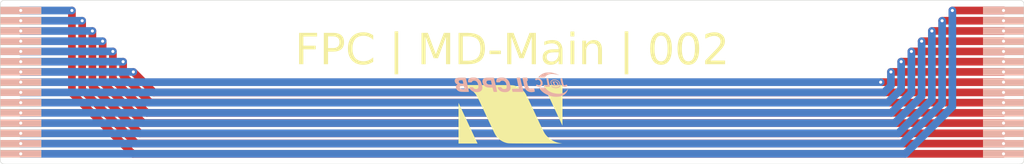
<source format=kicad_pcb>
(kicad_pcb (version 20240108) (generator "pcbnew") (generator_version "8.0")
  (layers (0 "F.Cu" signal) (31 "B.Cu" signal) (34 "B.Paste" user) (35 "F.Paste" user) (36 "B.SilkS" user "B.Silkscreen") (37 "F.SilkS" user "F.Silkscreen") (38 "B.Mask" user) (39 "F.Mask" user) (44 "Edge.Cuts" user))
  (net 0 "")
  (net 1 "Net-(J1-Pin_5)")
  (net 2 "Net-(J1-Pin_10)")
  (net 3 "Net-(J1-Pin_9)")
  (net 4 "Net-(J1-Pin_3)")
  (net 5 "Net-(J1-Pin_2)")
  (net 6 "Net-(J1-Pin_4)")
  (net 7 "Net-(J1-Pin_1)")
  (net 8 "Net-(J1-Pin_6)")
  (net 9 "Net-(J1-Pin_13)")
  (net 10 "Net-(J1-Pin_12)")
  (net 11 "Net-(J1-Pin_8)")
  (net 12 "Net-(J1-Pin_14)")
  (net 13 "Net-(J1-Pin_7)")
  (net 14 "Net-(J1-Pin_15)")
  (net 15 "Net-(J1-Pin_11)")
  (footprint "@2024TOINIOT2-FPC-FFC:FPC-FFC" (layer "F.Cu") (at 96 0 -90)
    (property "Reference" "J2" (hide yes))
    (property "Value" "Conn_B")
  )
  (footprint "@2024TOINIOT2-FPC-FFC:FPC-FFC" (layer "F.Cu") (at 0 0 90)
    (property "Reference" "J1" (hide yes))
    (property "Value" "Conn_A")
  )
  (gr_poly (pts (xy 52.799733 -0.370772) (xy 52.785255 -0.370304) (xy 52.771301 -0.369431) (xy 52.758226 -0.368149) (xy 52.746382 -0.366453) (xy 52.736125 -0.36434) (xy 52.727806 -0.361805) (xy 52.724484 -0.360378) (xy 52.721779 -0.358844) (xy 52.719153 -0.356632) (xy 52.717111 -0.353051) (xy 52.715671 -0.347924) (xy 52.714856 -0.341073) (xy 52.714686 -0.332321) (xy 52.715181 -0.321488) (xy 52.718252 -0.292875) (xy 52.724232 -0.25381) (xy 52.733289 -0.202872) (xy 52.76129 -0.059689) (xy 52.772618 -0.004792) (xy 52.783386 0.045252) (xy 52.793695 0.090714) (xy 52.803646 0.13187) (xy 52.813341 0.16899) (xy 52.82288 0.202348) (xy 52.832367 0.232217) (xy 52.8419 0.25887) (xy 52.846716 0.271075) (xy 52.851583 0.282579) (xy 52.856511 0.293415) (xy 52.861515 0.303617) (xy 52.866607 0.31322) (xy 52.871799 0.322258) (xy 52.877104 0.330764) (xy 52.882536 0.338774) (xy 52.888105 0.34632) (xy 52.893826 0.353437) (xy 52.899711 0.36016) (xy 52.905772 0.366522) (xy 52.912023 0.372557) (xy 52.918475 0.3783) (xy 52.925141 0.383784) (xy 52.932035 0.389045) (xy 52.945501 0.398491) (xy 52.959414 0.407254) (xy 52.973734 0.415334) (xy 52.988419 0.422735) (xy 53.003428 0.429457) (xy 53.018721 0.435504) (xy 53.034257 0.440876) (xy 53.049995 0.445577) (xy 53.065894 0.449608) (xy 53.081914 0.452972) (xy 53.098013 0.45567) (xy 53.114151 0.457704) (xy 53.130287 0.459077) (xy 53.14638 0.45979) (xy 53.162389 0.459846) (xy 53.178274 0.459247) (xy 53.193993 0.457995) (xy 53.209506 0.456092) (xy 53.224772 0.453539) (xy 53.239751 0.45034) (xy 53.2544 0.446495) (xy 53.268681 0.442008) (xy 53.282551 0.43688) (xy 53.295969 0.431113) (xy 53.308896 0.42471) (xy 53.32129 0.417672) (xy 53.33311 0.410001) (xy 53.344316 0.4017) (xy 53.354867 0.392771) (xy 53.364722 0.383215) (xy 53.373839 0.373036) (xy 53.382179 0.362233) (xy 53.388352 0.353497) (xy 53.393592 0.345719) (xy 53.397828 0.338768) (xy 53.400987 0.332512) (xy 53.40214 0.329603) (xy 53.402996 0.326818) (xy 53.403547 0.32414) (xy 53.403784 0.321554) (xy 53.403697 0.319042) (xy 53.403278 0.316587) (xy 53.402517 0.314174) (xy 53.401406 0.311786) (xy 53.399935 0.309406) (xy 53.398095 0.307018) (xy 53.395877 0.304605) (xy 53.393273 0.302151) (xy 53.390272 0.299639) (xy 53.386867 0.297052) (xy 53.378806 0.29159) (xy 53.369017 0.285631) (xy 53.357427 0.279044) (xy 53.328557 0.263456) (xy 53.26929 0.229589) (xy 53.229779 0.267689) (xy 53.225465 0.271682) (xy 53.220995 0.27546) (xy 53.216379 0.279022) (xy 53.211628 0.282368) (xy 53.20675 0.285496) (xy 53.201756 0.288407) (xy 53.191459 0.293574) (xy 53.180814 0.297865) (xy 53.169901 0.301275) (xy 53.158797 0.3038) (xy 53.147582 0.305436) (xy 53.136334 0.30618) (xy 53.125131 0.306026) (xy 53.114052 0.304971) (xy 53.103176 0.303011) (xy 53.092581 0.300141) (xy 53.087414 0.298364) (xy 53.082346 0.296358) (xy 53.077388 0.294122) (xy 53.072549 0.291657) (xy 53.067839 0.28896) (xy 53.063268 0.286033) (xy 53.05659 0.280575) (xy 53.050257 0.274053) (xy 53.044184 0.266162) (xy 53.038287 0.256599) (xy 53.032481 0.245059) (xy 53.026681 0.23124) (xy 53.020803 0.214837) (xy 53.014761 0.195546) (xy 53.001849 0.147086) (xy 52.987267 0.083429) (xy 52.970336 0.002144) (xy 52.950379 -0.0992) (xy 52.940896 -0.1489) (xy 52.93166 -0.195707) (xy 52.922921 -0.238577) (xy 52.914925 -0.276471) (xy 52.907922 -0.308345) (xy 52.902159 -0.333158) (xy 52.897884 -0.349868) (xy 52.896383 -0.354859) (xy 52.895346 -0.357433) (xy 52.894051 -0.358975) (xy 52.892048 -0.360426) (xy 52.889381 -0.361784) (xy 52.886094 -0.36305) (xy 52.877837 -0.365303) (xy 52.867631 -0.367179) (xy 52.855829 -0.368675) (xy 52.842785 -0.369786) (xy 52.828852 -0.370509) (xy 52.814383 -0.370839)) (stroke (width -0.000001)) (fill solid) (layer "B.SilkS"))
  (gr_poly (pts (xy 48.60204 -0.443687) (xy 48.571559 -0.443035) (xy 48.542079 -0.441744) (xy 48.514467 -0.439821) (xy 48.489592 -0.437271) (xy 48.468322 -0.434101) (xy 48.451525 -0.430318) (xy 48.445076 -0.428198) (xy 48.44007 -0.425926) (xy 48.436616 -0.423505) (xy 48.434824 -0.420933) (xy 48.435609 -0.40693) (xy 48.440843 -0.374785) (xy 48.46287 -0.264476) (xy 48.497332 -0.106807) (xy 48.540657 0.081422) (xy 48.585261 0.271702) (xy 48.604579 0.357102) (xy 48.621267 0.433142) (xy 48.634846 0.497673) (xy 48.644837 0.548544) (xy 48.650759 0.583607) (xy 48.652045 0.594538) (xy 48.652135 0.600711) (xy 48.647902 0.6374) (xy 48.32899 0.641633) (xy 48.24337 0.642777) (xy 48.17293 0.644169) (xy 48.142979 0.644994) (xy 48.116315 0.645925) (xy 48.092768 0.646975) (xy 48.072168 0.64816) (xy 48.054347 0.649493) (xy 48.039134 0.65099) (xy 48.02636 0.652665) (xy 48.015856 0.654532) (xy 48.011402 0.655542) (xy 48.007452 0.656605) (xy 48.003985 0.657724) (xy 48.000979 0.6589) (xy 47.998413 0.660135) (xy 47.996267 0.661431) (xy 47.994518 0.662789) (xy 47.993146 0.664211) (xy 47.990964 0.667147) (xy 47.989183 0.670699) (xy 47.987807 0.674921) (xy 47.98684 0.679866) (xy 47.986287 0.685588) (xy 47.986151 0.692141) (xy 47.986437 0.699579) (xy 47.987149 0.707956) (xy 47.98829 0.717324) (xy 47.989866 0.727739) (xy 47.994336 0.751921) (xy 48.000593 0.780931) (xy 48.008668 0.8152) (xy 48.041124 0.947845) (xy 48.567468 0.952078) (xy 48.714882 0.952858) (xy 48.833176 0.953026) (xy 48.882348 0.952855) (xy 48.925375 0.9525) (xy 48.962635 0.95195) (xy 48.994506 0.951196) (xy 49.021366 0.950227) (xy 49.043594 0.949032) (xy 49.061568 0.947602) (xy 49.075667 0.945926) (xy 49.081381 0.944993) (xy 49.086268 0.943994) (xy 49.090375 0.942928) (xy 49.093749 0.941795) (xy 49.096439 0.940592) (xy 49.09849 0.939319) (xy 49.099951 0.937974) (xy 49.100868 0.936556) (xy 49.101206 0.932651) (xy 49.100659 0.925297) (xy 49.097076 0.900991) (xy 49.09045 0.865143) (xy 49.081113 0.819257) (xy 49.055624 0.703392) (xy 49.023257 0.565433) (xy 48.865213 -0.096378) (xy 48.850457 -0.159122) (xy 48.836064 -0.218395) (xy 48.8224 -0.272838) (xy 48.809826 -0.321097) (xy 48.798708 -0.361815) (xy 48.789409 -0.393637) (xy 48.782293 -0.415206) (xy 48.779667 -0.421722) (xy 48.777723 -0.425167) (xy 48.774905 -0.427593) (xy 48.770493 -0.429847) (xy 48.757317 -0.43384) (xy 48.739065 -0.43715) (xy 48.716605 -0.439785) (xy 48.690804 -0.44175) (xy 48.662531 -0.443051) (xy 48.632653 -0.443695)) (stroke (width -0.000001)) (fill solid) (layer "B.SilkS"))
  (gr_poly (pts (xy 50.637568 0.572489) (xy 50.643384 0.582844) (xy 50.652076 0.596588) (xy 50.663216 0.613144) (xy 50.676374 0.631932) (xy 50.691119 0.652374) (xy 50.707021 0.673891) (xy 50.723651 0.695903) (xy 50.740579 0.717833) (xy 50.792062 0.779359) (xy 50.846978 0.8385) (xy 50.905254 0.895218) (xy 50.96682 0.949476) (xy 51.031602 1.001237) (xy 51.099528 1.050464) (xy 51.170525 1.09712) (xy 51.244522 1.141167) (xy 51.321446 1.182568) (xy 51.401225 1.221286) (xy 51.483785 1.257284) (xy 51.569056 1.290524) (xy 51.656964 1.32097) (xy 51.747437 1.348584) (xy 51.840404 1.373328) (xy 51.93579 1.395167) (xy 51.978931 1.403352) (xy 52.02447 1.410444) (xy 52.071993 1.41644) (xy 52.121087 1.421339) (xy 52.171338 1.425137) (xy 52.222334 1.427835) (xy 52.273661 1.429428) (xy 52.324904 1.429915) (xy 52.375652 1.429295) (xy 52.42549 1.427565) (xy 52.474005 1.424722) (xy 52.520784 1.420765) (xy 52.565413 1.415692) (xy 52.607479 1.409501) (xy 52.646569 1.40219) (xy 52.682268 1.393756) (xy 52.758803 1.37194) (xy 52.831259 1.347754) (xy 52.89966 1.321174) (xy 52.964027 1.292178) (xy 53.024385 1.260742) (xy 53.080756 1.226845) (xy 53.107453 1.208966) (xy 53.133161 1.190463) (xy 53.157885 1.171333) (xy 53.181625 1.151574) (xy 53.204386 1.131182) (xy 53.22617 1.110154) (xy 53.24698 1.088489) (xy 53.266818 1.066182) (xy 53.285688 1.043232) (xy 53.303593 1.019634) (xy 53.320535 0.995388) (xy 53.336517 0.970488) (xy 53.351542 0.944934) (xy 53.365612 0.918721) (xy 53.378732 0.891848) (xy 53.390902 0.864311) (xy 53.402127 0.836107) (xy 53.41241 0.807233) (xy 53.421752 0.777688) (xy 53.430157 0.747467) (xy 53.439795 0.709177) (xy 53.443487 0.693793) (xy 53.446407 0.680858) (xy 53.448542 0.670329) (xy 53.449877 0.662163) (xy 53.45024 0.658953) (xy 53.450397 0.656317) (xy 53.450348 0.65425) (xy 53.450089 0.652746) (xy 53.44962 0.6518) (xy 53.448937 0.651407) (xy 53.448041 0.651562) (xy 53.446928 0.652258) (xy 53.445597 0.653491) (xy 53.444046 0.655254) (xy 53.440277 0.660353) (xy 53.435608 0.66751) (xy 53.430022 0.676682) (xy 53.416046 0.7009) (xy 53.37975 0.758721) (xy 53.339198 0.812563) (xy 53.2945 0.862382) (xy 53.245765 0.908135) (xy 53.193102 0.949779) (xy 53.136621 0.98727) (xy 53.076432 1.020565) (xy 53.012645 1.049621) (xy 52.945368 1.074394) (xy 52.874711 1.09484) (xy 52.800785 1.110916) (xy 52.723698 1.12258) (xy 52.643559 1.129787) (xy 52.56048 1.132493) (xy 52.474569 1.130657) (xy 52.385935 1.124234) (xy 52.296778 1.11405) (xy 52.210315 1.100978) (xy 52.126593 1.085036) (xy 52.045659 1.066246) (xy 51.967561 1.044628) (xy 51.892346 1.020203) (xy 51.820063 0.992991) (xy 51.750758 0.963014) (xy 51.68448 0.930292) (xy 51.621275 0.894845) (xy 51.561192 0.856695) (xy 51.504277 0.815862) (xy 51.450579 0.772366) (xy 51.400144 0.726228) (xy 51.353021 0.67747) (xy 51.309257 0.626111) (xy 51.233057 0.531567) (xy 50.61499 0.531567)) (stroke (width -0.000001)) (fill solid) (layer "B.SilkS"))
  (gr_poly (pts (xy 49.162883 -0.440769) (xy 49.089116 -0.437139) (xy 49.058991 -0.434707) (xy 49.035028 -0.431889) (xy 49.018469 -0.428702) (xy 49.013355 -0.426977) (xy 49.010557 -0.425167) (xy 49.008357 -0.420344) (xy 49.007112 -0.412979) (xy 49.007867 -0.388786) (xy 49.013583 -0.348917) (xy 49.025021 -0.2897) (xy 49.068104 -0.098538) (xy 49.143202 0.214067) (xy 49.157906 0.273779) (xy 49.171934 0.328755) (xy 49.185404 0.379288) (xy 49.198433 0.425667) (xy 49.21114 0.468186) (xy 49.223643 0.507134) (xy 49.236059 0.542804) (xy 49.248506 0.575488) (xy 49.261101 0.605475) (xy 49.273964 0.633059) (xy 49.28721 0.658531) (xy 49.300959 0.682181) (xy 49.315328 0.704301) (xy 49.330435 0.725184) (xy 49.346398 0.74512) (xy 49.363335 0.7644) (xy 49.394371 0.796199) (xy 49.427141 0.825447) (xy 49.461626 0.852141) (xy 49.497809 0.876275) (xy 49.535671 0.897846) (xy 49.575192 0.91685) (xy 49.616354 0.933282) (xy 49.659139 0.947139) (xy 49.703528 0.958416) (xy 49.749502 0.96711) (xy 49.797044 0.973215) (xy 49.846133 0.976728) (xy 49.896752 0.977645) (xy 49.948882 0.975962) (xy 50.002505 0.971674) (xy 50.057601 0.964778) (xy 50.085741 0.959902) (xy 50.112591 0.954878) (xy 50.137522 0.949821) (xy 50.159907 0.944846) (xy 50.179117 0.94007) (xy 50.187335 0.937792) (xy 50.194523 0.935608) (xy 50.200604 0.933531) (xy 50.205498 0.931575) (xy 50.209127 0.929757) (xy 50.210443 0.928903) (xy 50.211413 0.928089) (xy 50.212916 0.925669) (xy 50.214001 0.921905) (xy 50.214987 0.910701) (xy 50.214523 0.895176) (xy 50.212758 0.876032) (xy 50.209843 0.853969) (xy 50.205931 0.829689) (xy 50.195714 0.777276) (xy 50.183314 0.724401) (xy 50.176673 0.699542) (xy 50.169939 0.676669) (xy 50.163263 0.656483) (xy 50.156795 0.639685) (xy 50.150688 0.626976) (xy 50.147816 0.622373) (xy 50.14509 0.619056) (xy 50.142587 0.616807) (xy 50.139818 0.614825) (xy 50.136747 0.613112) (xy 50.133338 0.611669) (xy 50.129558 0.6105) (xy 50.125371 0.609605) (xy 50.120741 0.608987) (xy 50.115633 0.608649) (xy 50.110013 0.608591) (xy 50.103846 0.608817) (xy 50.097095 0.609328) (xy 50.089726 0.610126) (xy 50.081704 0.611214) (xy 50.072994 0.612593) (xy 50.053368 0.616233) (xy 50.035762 0.618866) (xy 50.01518 0.621415) (xy 49.992349 0.623799) (xy 49.967996 0.625935) (xy 49.942849 0.62774) (xy 49.917637 0.629132) (xy 49.893086 0.630028) (xy 49.869924 0.630345) (xy 49.843037 0.629924) (xy 49.817878 0.62863) (xy 49.794356 0.626419) (xy 49.783181 0.624955) (xy 49.772381 0.623245) (xy 49.761944 0.621282) (xy 49.75186 0.619062) (xy 49.742118 0.616578) (xy 49.732704 0.613825) (xy 49.723609 0.610796) (xy 49.714822 0.607488) (xy 49.706329 0.603893) (xy 49.698121 0.600006) (xy 49.690186 0.595821) (xy 49.682512 0.591333) (xy 49.675088 0.586536) (xy 49.667903 0.581424) (xy 49.660946 0.575992) (xy 49.654204 0.570234) (xy 49.647667 0.564144) (xy 49.641324 0.557716) (xy 49.635162 0.550946) (xy 49.629171 0.543826) (xy 49.623339 0.536353) (xy 49.617654 0.528519) (xy 49.612107 0.520319) (xy 49.606684 0.511747) (xy 49.601375 0.502798) (xy 49.596168 0.493467) (xy 49.587156 0.473774) (xy 49.576724 0.446186) (xy 49.552798 0.372133) (xy 49.526789 0.280915) (xy 49.501095 0.18214) (xy 49.478112 0.085416) (xy 49.460238 0.00035) (xy 49.453967 -0.034809) (xy 49.449873 -0.063451) (xy 49.448255 -0.084374) (xy 49.449413 -0.096378) (xy 49.450617 -0.098541) (xy 49.452102 -0.100787) (xy 49.453852 -0.1031) (xy 49.455851 -0.105462) (xy 49.45808 -0.107857) (xy 49.460525 -0.110268) (xy 49.463168 -0.11268) (xy 49.465993 -0.115075) (xy 49.468983 -0.117437) (xy 49.472123 -0.119749) (xy 49.475394 -0.121995) (xy 49.478781 -0.124159) (xy 49.482268 -0.126223) (xy 49.485837 -0.128172) (xy 49.489472 -0.129988) (xy 49.493157 -0.131655) (xy 49.496609 -0.133026) (xy 49.500069 -0.134486) (xy 49.503513 -0.136024) (xy 49.506915 -0.137631) (xy 49.510252 -0.139295) (xy 49.513497 -0.141007) (xy 49.516626 -0.142756) (xy 49.519615 -0.144532) (xy 49.522439 -0.146324) (xy 49.525072 -0.148123) (xy 49.527491 -0.149918) (xy 49.52967 -0.151698) (xy 49.531584 -0.153453) (xy 49.533208 -0.155173) (xy 49.533905 -0.156017) (xy 49.534519 -0.156848) (xy 49.535049 -0.157665) (xy 49.53549 -0.158467) (xy 49.536121 -0.160289) (xy 49.536438 -0.163323) (xy 49.53619 -0.172713) (xy 49.534877 -0.186009) (xy 49.532624 -0.202586) (xy 49.525817 -0.243075) (xy 49.516793 -0.289171) (xy 49.506579 -0.335861) (xy 49.4962 -0.378137) (xy 49.48668 -0.410987) (xy 49.482563 -0.422311) (xy 49.479046 -0.4294) (xy 49.476633 -0.431306) (xy 49.471878 -0.433058) (xy 49.455964 -0.436106) (xy 49.432547 -0.438562) (xy 49.402868 -0.440446) (xy 49.329697 -0.442571) (xy 49.246389 -0.442629)) (stroke (width -0.000001)) (fill solid) (layer "B.SilkS"))
  (gr_poly (pts (xy 51.438374 -0.372426) (xy 51.423552 -0.371643) (xy 51.409231 -0.370224) (xy 51.395778 -0.368182) (xy 51.383561 -0.365525) (xy 51.372948 -0.362265) (xy 51.368358 -0.360412) (xy 51.364307 -0.358412) (xy 51.360841 -0.356266) (xy 51.358006 -0.353975) (xy 51.355848 -0.351542) (xy 51.354413 -0.348967) (xy 51.353929 -0.345355) (xy 51.354049 -0.338863) (xy 51.356 -0.317878) (xy 51.360068 -0.287302) (xy 51.366054 -0.248425) (xy 51.382988 -0.150926) (xy 51.405213 -0.0357) (xy 51.445782 0.175438) (xy 51.458394 0.243502) (xy 51.461856 0.263817) (xy 51.463068 0.273333) (xy 51.462499 0.275633) (xy 51.460761 0.277773) (xy 51.457813 0.279761) (xy 51.453609 0.281602) (xy 51.448108 0.283302) (xy 51.441265 0.284868) (xy 51.423381 0.287621) (xy 51.399609 0.289911) (xy 51.369604 0.291788) (xy 51.333017 0.293301) (xy 51.289501 0.2945) (xy 51.117346 0.298733) (xy 51.120168 0.341067) (xy 51.122594 0.378431) (xy 51.124038 0.393278) (xy 51.126342 0.405824) (xy 51.130035 0.416261) (xy 51.132568 0.420749) (xy 51.135646 0.424783) (xy 51.139337 0.428385) (xy 51.143705 0.43158) (xy 51.148818 0.434392) (xy 51.15474 0.436846) (xy 51.169282 0.440772) (xy 51.187857 0.443552) (xy 51.210997 0.445376) (xy 51.239231 0.446437) (xy 51.313094 0.447041) (xy 51.413679 0.4469) (xy 51.457232 0.446864) (xy 51.495998 0.44674) (xy 51.530249 0.446509) (xy 51.560258 0.44615) (xy 51.586299 0.445643) (xy 51.597917 0.445326) (xy 51.608644 0.444965) (xy 51.618516 0.444557) (xy 51.627566 0.444098) (xy 51.635829 0.443586) (xy 51.643338 0.44302) (xy 51.650127 0.442395) (xy 51.656232 0.44171) (xy 51.661685 0.440962) (xy 51.666522 0.440148) (xy 51.670775 0.439266) (xy 51.67448 0.438313) (xy 51.67767 0.437287) (xy 51.679083 0.436745) (xy 51.680379 0.436184) (xy 51.681564 0.435604) (xy 51.682642 0.435004) (xy 51.683617 0.434383) (xy 51.684493 0.433742) (xy 51.685274 0.43308) (xy 51.685965 0.432396) (xy 51.68657 0.431691) (xy 51.687093 0.430964) (xy 51.687539 0.430215) (xy 51.687911 0.429444) (xy 51.688215 0.428649) (xy 51.688453 0.427831) (xy 51.688631 0.42699) (xy 51.688753 0.426125) (xy 51.688846 0.424322) (xy 51.682576 0.377367) (xy 51.665937 0.284159) (xy 51.614586 0.022685) (xy 51.560854 -0.232704) (xy 51.541239 -0.318305) (xy 51.530802 -0.354611) (xy 51.528341 -0.357034) (xy 51.525224 -0.359276) (xy 51.521496 -0.361339) (xy 51.517203 -0.363224) (xy 51.512391 -0.364932) (xy 51.507107 -0.366465) (xy 51.495303 -0.369009) (xy 51.48216 -0.370867) (xy 51.468046 -0.372049) (xy 51.453327 -0.372565)) (stroke (width -0.000001)) (fill solid) (layer "B.SilkS"))
  (gr_poly (pts (xy 52.087661 -0.257545) (xy 52.064353 -0.256829) (xy 52.041888 -0.255458) (xy 52.020515 -0.253418) (xy 52.000481 -0.250693) (xy 51.982035 -0.24727) (xy 51.965424 -0.243133) (xy 51.952097 -0.239212) (xy 51.939109 -0.234864) (xy 51.926469 -0.2301) (xy 51.914186 -0.224932) (xy 51.902267 -0.219372) (xy 51.890721 -0.21343) (xy 51.879558 -0.207118) (xy 51.868785 -0.200447) (xy 51.858411 -0.193429) (xy 51.848444 -0.186076) (xy 51.838893 -0.178397) (xy 51.829767 -0.170406) (xy 51.821074 -0.162113) (xy 51.812822 -0.153529) (xy 51.805021 -0.144666) (xy 51.797678 -0.135536) (xy 51.790802 -0.126149) (xy 51.784402 -0.116518) (xy 51.778486 -0.106652) (xy 51.773063 -0.096565) (xy 51.768142 -0.086267) (xy 51.76373 -0.075769) (xy 51.759836 -0.065083) (xy 51.756469 -0.054221) (xy 51.753638 -0.043193) (xy 51.75135 -0.032011) (xy 51.749615 -0.020686) (xy 51.748441 -0.009231) (xy 51.747836 0.002345) (xy 51.747809 0.014029) (xy 51.748369 0.025811) (xy 51.749524 0.037678) (xy 51.75189 0.054505) (xy 51.755008 0.07111) (xy 51.75886 0.087476) (xy 51.763431 0.103587) (xy 51.768702 0.119427) (xy 51.774657 0.13498) (xy 51.781279 0.150231) (xy 51.78855 0.165163) (xy 51.796453 0.17976) (xy 51.804973 0.194006) (xy 51.81409 0.207885) (xy 51.823789 0.221381) (xy 51.834052 0.234479) (xy 51.844863 0.247161) (xy 51.868057 0.271217) (xy 51.893236 0.29342) (xy 51.920263 0.313644) (xy 51.949001 0.331759) (xy 51.979314 0.347637) (xy 51.995019 0.354698) (xy 52.011066 0.361151) (xy 52.027439 0.366981) (xy 52.044121 0.372172) (xy 52.061094 0.376707) (xy 52.078341 0.380572) (xy 52.095845 0.383749) (xy 52.11359 0.386222) (xy 52.124449 0.387427) (xy 52.134316 0.388389) (xy 52.143257 0.389093) (xy 52.151338 0.38953) (xy 52.155076 0.389643) (xy 52.158625 0.389685) (xy 52.161991 0.389653) (xy 52.165184 0.389546) (xy 52.168212 0.389363) (xy 52.171082 0.389102) (xy 52.173804 0.388761) (xy 52.176385 0.388339) (xy 52.178834 0.387834) (xy 52.181158 0.387246) (xy 52.183367 0.386571) (xy 52.185469 0.385809) (xy 52.187471 0.384958) (xy 52.189383 0.384017) (xy 52.191211 0.382984) (xy 52.192965 0.381857) (xy 52.194654 0.380635) (xy 52.196284 0.379316) (xy 52.197864 0.3779) (xy 52.199404 0.376383) (xy 52.20091 0.374765) (xy 52.202391 0.373045) (xy 52.203856 0.37122) (xy 52.205313 0.369289) (xy 52.208354 0.365304) (xy 52.211191 0.36182) (xy 52.213917 0.35884) (xy 52.216624 0.356369) (xy 52.217999 0.355325) (xy 52.219405 0.35441) (xy 52.220852 0.353624) (xy 52.222353 0.352968) (xy 52.22392 0.352442) (xy 52.225563 0.352046) (xy 52.227294 0.351782) (xy 52.229125 0.35165) (xy 52.231068 0.35165) (xy 52.233134 0.351783) (xy 52.237683 0.352449) (xy 52.242864 0.353653) (xy 52.24877 0.355398) (xy 52.255496 0.357689) (xy 52.263132 0.36053) (xy 52.281513 0.367878) (xy 52.297592 0.374013) (xy 52.313042 0.379186) (xy 52.327897 0.383396) (xy 52.34219 0.386641) (xy 52.355954 0.388919) (xy 52.362648 0.389694) (xy 52.369222 0.390227) (xy 52.37568 0.390517) (xy 52.382027 0.390563) (xy 52.388266 0.390367) (xy 52.394402 0.389926) (xy 52.400438 0.389242) (xy 52.406379 0.388314) (xy 52.41223 0.387141) (xy 52.417994 0.385723) (xy 52.423675 0.384061) (xy 52.429277 0.382153) (xy 52.434805 0.38) (xy 52.440263 0.377601) (xy 52.445654 0.374956) (xy 52.450984 0.372065) (xy 52.456255 0.368928) (xy 52.461473 0.365543) (xy 52.466642 0.361912) (xy 52.471765 0.358033) (xy 52.48189 0.349533) (xy 52.489156 0.342919) (xy 52.495635 0.33677) (xy 52.501365 0.330989) (xy 52.506386 0.325478) (xy 52.510738 0.320142) (xy 52.514459 0.314881) (xy 52.517589 0.3096) (xy 52.518944 0.306922) (xy 52.520167 0.304201) (xy 52.521261 0.301428) (xy 52.522232 0.298588) (xy 52.523824 0.292662) (xy 52.524982 0.286327) (xy 52.525745 0.279485) (xy 52.526153 0.27204) (xy 52.526244 0.263894) (xy 52.526058 0.25495) (xy 52.525635 0.245111) (xy 52.52498 0.235233) (xy 52.408513 0.235233) (xy 52.40826 0.246649) (xy 52.407487 0.257103) (xy 52.406898 0.261979) (xy 52.406169 0.266627) (xy 52.405297 0.27105) (xy 52.404279 0.275252) (xy 52.403113 0.279237) (xy 52.401795 0.283008) (xy 52.400321 0.286571) (xy 52.39869 0.289928) (xy 52.396897 0.293083) (xy 52.39494 0.296041) (xy 52.392816 0.298805) (xy 52.390521 0.301379) (xy 52.388052 0.303767) (xy 52.385407 0.305973) (xy 52.382582 0.308001) (xy 52.379574 0.309854) (xy 52.37638 0.311537) (xy 52.372996 0.313053) (xy 52.369421 0.314406) (xy 52.36565 0.315601) (xy 52.361681 0.31664) (xy 52.35751 0.317528) (xy 52.353135 0.318269) (xy 52.348551 0.318867) (xy 52.338749 0.319647) (xy 52.328079 0.3199) (xy 52.319803 0.3195) (xy 52.311395 0.318321) (xy 52.302882 0.316395) (xy 52.29429 0.313751) (xy 52.285643 0.310423) (xy 52.276969 0.306441) (xy 52.268293 0.301835) (xy 52.25964 0.296639) (xy 52.24251 0.284597) (xy 52.225785 0.270564) (xy 52.209671 0.25479) (xy 52.194377 0.237527) (xy 52.180107 0.219023) (xy 52.167069 0.199528) (xy 52.15547 0.179294) (xy 52.145517 0.15857) (xy 52.137415 0.137607) (xy 52.134124 0.127113) (xy 52.131373 0.116653) (xy 52.129188 0.106259) (xy 52.127595 0.09596) (xy 52.126621 0.08579) (xy 52.12629 0.075778) (xy 52.126388 0.07074) (xy 52.126671 0.065702) (xy 52.127128 0.060697) (xy 52.127746 0.055758) (xy 52.128513 0.050918) (xy 52.129416 0.046211) (xy 52.130443 0.041669) (xy 52.131582 0.037325) (xy 52.13282 0.033213) (xy 52.134145 0.029366) (xy 52.135545 0.025816) (xy 52.137006 0.022597) (xy 52.138517 0.019741) (xy 52.140065 0.017283) (xy 52.140849 0.016213) (xy 52.141638 0.015254) (xy 52.14243 0.014412) (xy 52.143224 0.013689) (xy 52.152671 0.007168) (xy 52.162466 0.001868) (xy 52.172564 -0.002246) (xy 52.182925 -0.005209) (xy 52.193506 -0.007058) (xy 52.204265 -0.007826) (xy 52.21516 -0.00755) (xy 52.226149 -0.006265) (xy 52.237189 -0.004006) (xy 52.248239 -0.00081) (xy 52.259256 0.00329) (xy 52.270199 0.008257) (xy 52.281025 0.014056) (xy 52.291692 0.020651) (xy 52.302158 0.028008) (xy 52.312381 0.03609) (xy 52.322318 0.044863) (xy 52.331929 0.054291) (xy 52.341169 0.064339) (xy 52.349998 0.07497) (xy 52.358374 0.086151) (xy 52.366253 0.097845) (xy 52.373595 0.110017) (xy 52.380357 0.122631) (xy 52.386496 0.135653) (xy 52.391971 0.149046) (xy 52.39674 0.162776) (xy 52.40076 0.176807) (xy 52.403989 0.191104) (xy 52.406386 0.205631) (xy 52.407908 0.220352) (xy 52.408513 0.235233) (xy 52.52498 0.235233) (xy 52.524644 0.230163) (xy 52.522749 0.215236) (xy 52.519981 0.200361) (xy 52.516372 0.185566) (xy 52.511951 0.170882) (xy 52.506749 0.156338) (xy 52.500798 0.141965) (xy 52.494127 0.127791) (xy 52.486769 0.113846) (xy 52.478752 0.100161) (xy 52.470109 0.086764) (xy 52.46087 0.073686) (xy 52.451065 0.060956) (xy 52.440726 0.048605) (xy 52.429883 0.036661) (xy 52.418567 0.025154) (xy 52.406808 0.014115) (xy 52.394638 0.003572) (xy 52.382087 -0.006443) (xy 52.369186 -0.015903) (xy 52.355966 -0.024777) (xy 52.342457 -0.033034) (xy 52.32869 -0.040647) (xy 52.314696 -0.047584) (xy 52.300505 -0.053816) (xy 52.286149 -0.059314) (xy 52.271658 -0.064048) (xy 52.257063 -0.067987) (xy 52.242395 -0.071103) (xy 52.227684 -0.073365) (xy 52.212961 -0.074745) (xy 52.198257 -0.075211) (xy 52.192143 -0.075081) (xy 52.185993 -0.074698) (xy 52.179833 -0.074076) (xy 52.173695 -0.073227) (xy 52.167606 -0.072162) (xy 52.161596 -0.070895) (xy 52.155693 -0.069438) (xy 52.149926 -0.067803) (xy 52.144325 -0.066002) (xy 52.138919 -0.064049) (xy 52.133735 -0.061955) (xy 52.128804 -0.059733) (xy 52.124154 -0.057395) (xy 52.119814 -0.054954) (xy 52.115812 -0.052422) (xy 52.112179 -0.049811) (xy 52.106444 -0.045346) (xy 52.101356 -0.041477) (xy 52.096834 -0.038202) (xy 52.094761 -0.036789) (xy 52.092799 -0.035524) (xy 52.090938 -0.034407) (xy 52.089168 -0.03344) (xy 52.087479 -0.032621) (xy 52.085861 -0.031952) (xy 52.084305 -0.031431) (xy 52.082799 -0.031059) (xy 52.081334 -0.030835) (xy 52.0799 -0.030761) (xy 52.078487 -0.030835) (xy 52.077084 -0.031059) (xy 52.075681 -0.031431) (xy 52.074269 -0.031952) (xy 52.072838 -0.032621) (xy 52.071377 -0.03344) (xy 52.069876 -0.034407) (xy 52.068325 -0.035524) (xy 52.066714 -0.036789) (xy 52.065033 -0.038202) (xy 52.061421 -0.041477) (xy 52.057407 -0.045346) (xy 52.052913 -0.049811) (xy 52.050073 -0.052422) (xy 52.046866 -0.054954) (xy 52.043319 -0.057395) (xy 52.039463 -0.059733) (xy 52.035325 -0.061955) (xy 52.030936 -0.064049) (xy 52.026323 -0.066002) (xy 52.021515 -0.067803) (xy 52.016543 -0.069438) (xy 52.011434 -0.070895) (xy 52.006217 -0.072162) (xy 52.000922 -0.073227) (xy 51.995577 -0.074076) (xy 51.990212 -0.074698) (xy 51.984855 -0.075081) (xy 51.979535 -0.075211) (xy 51.930146 -0.075211) (xy 52.007757 0.099767) (xy 52.023186 0.13556) (xy 52.037523 0.169418) (xy 52.050471 0.200598) (xy 52.061732 0.228354) (xy 52.071009 0.251943) (xy 52.078004 0.270621) (xy 52.082419 0.283644) (xy 52.083566 0.287802) (xy 52.083957 0.290267) (xy 52.08381 0.292185) (xy 52.083376 0.293971) (xy 52.082664 0.295625) (xy 52.081686 0.297146) (xy 52.080452 0.298535) (xy 52.078971 0.299792) (xy 52.077255 0.300916) (xy 52.075314 0.301908) (xy 52.073158 0.302768) (xy 52.070797 0.303496) (xy 52.065502 0.304554) (xy 52.059513 0.305083) (xy 52.052913 0.305083) (xy 52.045783 0.304554) (xy 52.038206 0.303496) (xy 52.030266 0.301908) (xy 52.022045 0.299792) (xy 52.013625 0.297146) (xy 52.005089 0.293971) (xy 51.996521 0.290267) (xy 51.988002 0.286033) (xy 51.975887 0.279206) (xy 51.964157 0.271711) (xy 51.952826 0.263587) (xy 51.941906 0.254868) (xy 51.931411 0.245591) (xy 51.921354 0.235792) (xy 51.911749 0.225507) (xy 51.902607 0.214772) (xy 51.893943 0.203624) (xy 51.88577 0.192099) (xy 51.870948 0.168062) (xy 51.858247 0.14295) (xy 51.847772 0.117053) (xy 51.839629 0.090659) (xy 51.836465 0.077367) (xy 51.833923 0.064059) (xy 51.832017 0.050772) (xy 51.830759 0.037541) (xy 51.830164 0.024404) (xy 51.830244 0.011396) (xy 51.831012 -0.001447) (xy 51.832481 -0.014088) (xy 51.834666 -0.026492) (xy 51.837578 -0.038621) (xy 51.841231 -0.050441) (xy 51.845638 -0.061914) (xy 51.850813 -0.073005) (xy 51.856768 -0.083678) (xy 51.859969 -0.088285) (xy 51.863719 -0.093087) (xy 51.867974 -0.098046) (xy 51.872687 -0.103125) (xy 51.877814 -0.108286) (xy 51.883309 -0.113493) (xy 51.889127 -0.118708) (xy 51.895221 -0.123894) (xy 51.901547 -0.129014) (xy 51.908059 -0.134031) (xy 51.914711 -0.138907) (xy 51.921459 -0.143606) (xy 51.928256 -0.148089) (xy 51.935057 -0.152321) (xy 51.941817 -0.156262) (xy 51.94849 -0.159878) (xy 51.968511 -0.16884) (xy 51.977934 -0.17254) (xy 51.987208 -0.175753) (xy 51.996515 -0.178502) (xy 52.006037 -0.180813) (xy 52.015956 -0.18271) (xy 52.026454 -0.184219) (xy 52.037713 -0.185364) (xy 52.049914 -0.186171) (xy 52.06324 -0.186663) (xy 52.077872 -0.186865) (xy 52.111782 -0.186501) (xy 52.153102 -0.185278) (xy 52.195697 -0.18361) (xy 52.213988 -0.182627) (xy 52.230602 -0.181463) (xy 52.245787 -0.18006) (xy 52.259787 -0.178357) (xy 52.272848 -0.176295) (xy 52.285217 -0.173812) (xy 52.297139 -0.170851) (xy 52.308861 -0.167349) (xy 52.320629 -0.163249) (xy 52.332687 -0.158489) (xy 52.345284 -0.153009) (xy 52.358663 -0.146751) (xy 52.373073 -0.139653) (xy 52.388757 -0.131655) (xy 52.416862 -0.116073) (xy 52.443468 -0.099007) (xy 52.468532 -0.080527) (xy 52.492011 -0.060703) (xy 52.513861 -0.039606) (xy 52.534038 -0.017306) (xy 52.5525 0.006127) (xy 52.569203 0.030622) (xy 52.584103 0.05611) (xy 52.597158 0.082519) (xy 52.608323 0.10978) (xy 52.617556 0.137823) (xy 52.624812 0.166576) (xy 52.630049 0.19597) (xy 52.633223 0.225935) (xy 52.63429 0.2564) (xy 52.634067 0.267922) (xy 52.6334 0.279202) (xy 52.632288 0.290239) (xy 52.630735 0.301032) (xy 52.628742 0.311579) (xy 52.62631 0.321878) (xy 52.62344 0.331929) (xy 52.620135 0.341728) (xy 52.616396 0.351276) (xy 52.612225 0.360569) (xy 52.607622 0.369608) (xy 52.60259 0.37839) (xy 52.59713 0.386913) (xy 52.591244 0.395176) (xy 52.584933 0.403178) (xy 52.578199 0.410917) (xy 52.571043 0.418391) (xy 52.563467 0.425599) (xy 52.555472 0.432539) (xy 52.547061 0.439211) (xy 52.538234 0.445611) (xy 52.528992 0.451739) (xy 52.519339 0.457593) (xy 52.509275 0.463172) (xy 52.48792 0.473497) (xy 52.464941 0.482702) (xy 52.440349 0.490773) (xy 52.414157 0.4977) (xy 52.383317 0.504135) (xy 52.352245 0.50916) (xy 52.32104 0.512788) (xy 52.289803 0.51503) (xy 52.258632 0.515901) (xy 52.227626 0.515411) (xy 52.196885 0.513573) (xy 52.166507 0.5104) (xy 52.136593 0.505904) (xy 52.10724 0.500098) (xy 52.07855 0.492993) (xy 52.05062 0.484603) (xy 52.023549 0.47494) (xy 51.997438 0.464015) (xy 51.972386 0.451842) (xy 51.94849 0.438434) (xy 51.940199 0.433476) (xy 51.931769 0.428674) (xy 51.923261 0.42405) (xy 51.914734 0.419626) (xy 51.906248 0.415425) (xy 51.897864 0.411471) (xy 51.889641 0.407785) (xy 51.881639 0.40439) (xy 51.873918 0.40131) (xy 51.866538 0.398567) (xy 51.85956 0.396183) (xy 51.853042 0.394182) (xy 51.847045 0.392586) (xy 51.841629 0.391418) (xy 51.836854 0.3907) (xy 51.832779 0.390456) (xy 51.79609 0.390456) (xy 51.842657 0.438434) (xy 51.855642 0.451012) (xy 51.869688 0.463078) (xy 51.900752 0.485634) (xy 51.935417 0.506032) (xy 51.973251 0.524203) (xy 52.013821 0.540074) (xy 52.056697 0.553577) (xy 52.101445 0.56464) (xy 52.147633 0.573195) (xy 52.194831 0.579169) (xy 52.242605 0.582494) (xy 52.290524 0.583098) (xy 52.338156 0.580912) (xy 52.385068 0.575864) (xy 52.430829 0.567886) (xy 52.475006 0.556907) (xy 52.517168 0.542856) (xy 52.52983 0.537876) (xy 52.542145 0.53247) (xy 52.565708 0.520424) (xy 52.5878 0.506811) (xy 52.608361 0.491725) (xy 52.627335 0.475258) (xy 52.644664 0.457503) (xy 52.66029 0.438553) (xy 52.674154 0.418501) (xy 52.6862 0.397441) (xy 52.696368 0.375465) (xy 52.700731 0.364163) (xy 52.704602 0.352667) (xy 52.707975 0.340988) (xy 52.710843 0.329138) (xy 52.713198 0.31713) (xy 52.715034 0.304973) (xy 52.716342 0.292681) (xy 52.717116 0.280265) (xy 52.717348 0.267736) (xy 52.717032 0.255106) (xy 52.71616 0.242386) (xy 52.714724 0.229589) (xy 52.707556 0.188921) (xy 52.697733 0.149511) (xy 52.685309 0.111429) (xy 52.67034 0.074742) (xy 52.652883 0.039518) (xy 52.632992 0.005826) (xy 52.610725 -0.026266) (xy 52.586136 -0.05669) (xy 52.559282 -0.085378) (xy 52.530218 -0.112261) (xy 52.499 -0.137271) (xy 52.465685 -0.160341) (xy 52.430327 -0.181401) (xy 52.392982 -0.200384) (xy 52.353707 -0.217221) (xy 52.312557 -0.231844) (xy 52.294458 -0.236886) (xy 52.274722 -0.241416) (xy 52.253596 -0.245422) (xy 52.23133 -0.248888) (xy 52.208171 -0.2518) (xy 52.184366 -0.254144) (xy 52.160165 -0.255905) (xy 52.135815 -0.257068) (xy 52.111565 -0.257619)) (stroke (width -0.000001)) (fill solid) (layer "B.SilkS"))
  (gr_poly (pts (xy 51.540856 -0.947631) (xy 51.463495 -0.944935) (xy 51.391476 -0.940619) (xy 51.329545 -0.934782) (xy 51.303844 -0.931324) (xy 51.282446 -0.927522) (xy 51.236218 -0.917175) (xy 51.190696 -0.905201) (xy 51.145927 -0.891627) (xy 51.101956 -0.87648) (xy 51.058828 -0.859786) (xy 51.016589 -0.841574) (xy 50.975285 -0.821869) (xy 50.93496 -0.800699) (xy 50.89566 -0.778089) (xy 50.857431 -0.754068) (xy 50.820319 -0.728663) (xy 50.784368 -0.701899) (xy 50.749624 -0.673804) (xy 50.716133 -0.644404) (xy 50.68394 -0.613727) (xy 50.65309 -0.5818) (xy 50.634503 -0.561438) (xy 50.617107 -0.541936) (xy 50.601298 -0.523757) (xy 50.587474 -0.507364) (xy 50.57603 -0.49322) (xy 50.571326 -0.487136) (xy 50.567365 -0.481787) (xy 50.564199 -0.477233) (xy 50.561875 -0.47353) (xy 50.560445 -0.470737) (xy 50.56008 -0.4697) (xy 50.559957 -0.468911) (xy 50.561551 -0.467606) (xy 50.566227 -0.46634) (xy 50.584188 -0.46395) (xy 50.612568 -0.461792) (xy 50.650092 -0.459915) (xy 50.747481 -0.457203) (xy 50.866168 -0.456211) (xy 51.17379 -0.456211) (xy 51.26269 -0.554989) (xy 51.275124 -0.568543) (xy 51.287082 -0.581205) (xy 51.298651 -0.593039) (xy 51.309918 -0.604113) (xy 51.320971 -0.614492) (xy 51.331895 -0.624243) (xy 51.342778 -0.633432) (xy 51.353707 -0.642125) (xy 51.364768 -0.650388) (xy 51.376048 -0.658287) (xy 51.387634 -0.665888) (xy 51.399612 -0.673258) (xy 51.41207 -0.680462) (xy 51.425095 -0.687567) (xy 51.438773 -0.694639) (xy 51.45319 -0.701744) (xy 51.500144 -0.722879) (xy 51.548959 -0.741305) (xy 51.599675 -0.757028) (xy 51.652333 -0.770051) (xy 51.706977 -0.780379) (xy 51.763646 -0.788015) (xy 51.822382 -0.792964) (xy 51.883227 -0.79523) (xy 51.946221 -0.794818) (xy 52.011406 -0.79173) (xy 52.078824 -0.785972) (xy 52.148515 -0.777547) (xy 52.220522 -0.76646) (xy 52.294885 -0.752715) (xy 52.371646 -0.736316) (xy 52.450846 -0.717267) (xy 52.47774 -0.710611) (xy 52.503013 -0.7045) (xy 52.526103 -0.699085) (xy 52.546449 -0.694512) (xy 52.563487 -0.690932) (xy 52.576655 -0.688493) (xy 52.581613 -0.687748) (xy 52.585392 -0.687344) (xy 52.587923 -0.687299) (xy 52.588698 -0.687418) (xy 52.589135 -0.687633) (xy 52.589104 -0.688555) (xy 52.58773 -0.689979) (xy 52.5812 -0.694231) (xy 52.554761 -0.707609) (xy 52.513803 -0.726081) (xy 52.462311 -0.747958) (xy 52.404271 -0.771556) (xy 52.343668 -0.795186) (xy 52.284486 -0.817163) (xy 52.230713 -0.8358) (xy 52.18295 -0.851052) (xy 52.129069 -0.8668) (xy 52.071417 -0.882482) (xy 52.012343 -0.897536) (xy 51.954195 -0.911399) (xy 51.899322 -0.923509) (xy 51.850071 -0.933304) (xy 51.80879 -0.940222) (xy 51.785159 -0.94287) (xy 51.757525 -0.945001) (xy 51.692616 -0.947763) (xy 51.618811 -0.948606)) (stroke (width -0.000001)) (fill solid) (layer "B.SilkS"))
  (gr_poly (pts (xy 50.48164 -0.383715) (xy 50.464085 -0.383327) (xy 50.446765 -0.38256) (xy 50.429916 -0.381418) (xy 50.413775 -0.379901) (xy 50.398576 -0.378012) (xy 50.384555 -0.375753) (xy 50.371948 -0.373126) (xy 50.36099 -0.370133) (xy 50.355789 -0.368136) (xy 50.350272 -0.365864) (xy 50.338479 -0.360586) (xy 50.325991 -0.354481) (xy 50.313189 -0.347732) (xy 50.300453 -0.340519) (xy 50.288164 -0.333025) (xy 50.282305 -0.32923) (xy 50.276701 -0.325432) (xy 50.271399 -0.321656) (xy 50.266446 -0.317922) (xy 50.218468 -0.284056) (xy 50.27209 -0.229022) (xy 50.277641 -0.223288) (xy 50.283159 -0.217744) (xy 50.28861 -0.212415) (xy 50.293963 -0.207326) (xy 50.299183 -0.202502) (xy 50.304237 -0.197967) (xy 50.309093 -0.193746) (xy 50.313718 -0.189864) (xy 50.318078 -0.186346) (xy 50.322141 -0.183216) (xy 50.325873 -0.1805) (xy 50.32924 -0.178222) (xy 50.332212 -0.176407) (xy 50.334753 -0.17508) (xy 50.335852 -0.174607) (xy 50.336831 -0.174266) (xy 50.337686 -0.174059) (xy 50.338413 -0.173989) (xy 50.339897 -0.174135) (xy 50.34169 -0.174565) (xy 50.343767 -0.175263) (xy 50.346108 -0.176216) (xy 50.348688 -0.177408) (xy 50.351485 -0.178826) (xy 50.354476 -0.180454) (xy 50.357639 -0.182279) (xy 50.364389 -0.18646) (xy 50.371552 -0.191253) (xy 50.378946 -0.196542) (xy 50.38639 -0.202211) (xy 50.391063 -0.205671) (xy 50.396074 -0.208908) (xy 50.407042 -0.214713) (xy 50.419154 -0.219624) (xy 50.432273 -0.223642) (xy 50.446261 -0.226768) (xy 50.460978 -0.229) (xy 50.476286 -0.23034) (xy 50.492047 -0.230786) (xy 50.508122 -0.23034) (xy 50.524373 -0.229) (xy 50.540661 -0.226768) (xy 50.556848 -0.223642) (xy 50.572795 -0.219624) (xy 50.588364 -0.214713) (xy 50.603416 -0.208908) (xy 50.617812 -0.202211) (xy 50.63748 -0.190858) (xy 50.656218 -0.17753) (xy 50.673961 -0.162372) (xy 50.690639 -0.145524) (xy 50.706184 -0.12713) (xy 50.720529 -0.107333) (xy 50.733604 -0.086275) (xy 50.745342 -0.064099) (xy 50.755674 -0.040946) (xy 50.764532 -0.016961) (xy 50.771849 0.007714) (xy 50.777555 0.032937) (xy 50.781582 0.058566) (xy 50.783863 0.084457) (xy 50.78433 0.110468) (xy 50.782913 0.136456) (xy 50.781097 0.150709) (xy 50.778572 0.164359) (xy 50.775356 0.177399) (xy 50.771469 0.189822) (xy 50.766929 0.201619) (xy 50.761754 0.212783) (xy 50.755963 0.223307) (xy 50.749575 0.233183) (xy 50.742608 0.242404) (xy 50.735081 0.250962) (xy 50.727012 0.25885) (xy 50.71842 0.26606) (xy 50.709324 0.272585) (xy 50.699743 0.278417) (xy 50.689694 0.283549) (xy 50.679196 0.287974) (xy 50.668268 0.291683) (xy 50.65693 0.294669) (xy 50.645198 0.296926) (xy 50.633092 0.298444) (xy 50.620631 0.299217) (xy 50.607833 0.299238) (xy 50.594716 0.298499) (xy 50.5813 0.296992) (xy 50.567603 0.294709) (xy 50.553643 0.291644) (xy 50.539439 0.287789) (xy 50.52501 0.283137) (xy 50.510374 0.277679) (xy 50.49555 0.271409) (xy 50.480557 0.264318) (xy 50.465413 0.2564) (xy 50.404735 0.223945) (xy 50.362401 0.274744) (xy 50.357341 0.280962) (xy 50.352739 0.286913) (xy 50.348591 0.292595) (xy 50.344895 0.298006) (xy 50.341645 0.303144) (xy 50.338837 0.308008) (xy 50.337598 0.310336) (xy 50.336468 0.312594) (xy 50.335446 0.314783) (xy 50.334532 0.316901) (xy 50.333726 0.31895) (xy 50.333027 0.320928) (xy 50.332434 0.322835) (xy 50.331947 0.324671) (xy 50.331565 0.326436) (xy 50.331289 0.328129) (xy 50.331117 0.32975) (xy 50.331048 0.331299) (xy 50.331083 0.332776) (xy 50.331221 0.33418) (xy 50.331462 0.335512) (xy 50.331804 0.33677) (xy 50.332247 0.337955) (xy 50.332791 0.339066) (xy 50.333435 0.340104) (xy 50.334179 0.341067) (xy 50.340544 0.347665) (xy 50.348916 0.354696) (xy 50.359086 0.362061) (xy 50.370846 0.369664) (xy 50.383987 0.377407) (xy 50.398299 0.385194) (xy 50.413575 0.392928) (xy 50.429606 0.40051) (xy 50.446182 0.407844) (xy 50.463095 0.414833) (xy 50.480136 0.42138) (xy 50.497096 0.427387) (xy 50.513768 0.432758) (xy 50.529941 0.437394) (xy 50.545407 0.4412) (xy 50.559957 0.444078) (xy 50.576846 0.446812) (xy 50.593636 0.448933) (xy 50.610308 0.450448) (xy 50.626847 0.451365) (xy 50.643235 0.451691) (xy 50.659455 0.451432) (xy 50.67549 0.450598) (xy 50.691323 0.449193) (xy 50.706936 0.447227) (xy 50.722314 0.444705) (xy 50.737438 0.441635) (xy 50.752293 0.438026) (xy 50.766859 0.433882) (xy 50.781122 0.429213) (xy 50.795063 0.424025) (xy 50.808665 0.418325) (xy 50.821912 0.412121) (xy 50.834787 0.40542) (xy 50.847272 0.398229) (xy 50.85935 0.390555) (xy 50.871004 0.382406) (xy 50.882217 0.373788) (xy 50.892973 0.36471) (xy 50.903254 0.355178) (xy 50.913043 0.345199) (xy 50.922323 0.334782) (xy 50.931076 0.323932) (xy 50.939287 0.312657) (xy 50.946937 0.300965) (xy 50.954011 0.288863) (xy 50.960489 0.276357) (xy 50.966357 0.263456) (xy 50.971501 0.248883) (xy 50.975824 0.232794) (xy 50.979333 0.215362) (xy 50.982034 0.196759) (xy 50.983932 0.177154) (xy 50.985035 0.156721) (xy 50.985348 0.135631) (xy 50.984878 0.114054) (xy 50.98363 0.092164) (xy 50.981612 0.070131) (xy 50.978829 0.048127) (xy 50.975287 0.026323) (xy 50.970992 0.004891) (xy 50.965952 -0.015997) (xy 50.960171 -0.036169) (xy 50.953657 -0.055455) (xy 50.942812 -0.081268) (xy 50.929935 -0.106776) (xy 50.915145 -0.131876) (xy 50.898558 -0.15646) (xy 50.880292 -0.180425) (xy 50.860466 -0.203663) (xy 50.839197 -0.226071) (xy 50.816603 -0.247543) (xy 50.792802 -0.267973) (xy 50.767911 -0.287255) (xy 50.742049 -0.305285) (xy 50.715334 -0.321957) (xy 50.687882 -0.337165) (xy 50.659812 -0.350805) (xy 50.631243 -0.36277) (xy 50.60229 -0.372956) (xy 50.591333 -0.375668) (xy 50.578726 -0.377985) (xy 50.564705 -0.37991) (xy 50.549506 -0.381444) (xy 50.533364 -0.38259) (xy 50.516516 -0.383349) (xy 50.499196 -0.383723)) (stroke (width -0.000001)) (fill solid) (layer "B.SilkS"))
  (gr_poly (pts (xy 43.009799 -0.440835) (xy 42.893016 -0.438374) (xy 42.798953 -0.434557) (xy 42.74099 -0.4294) (xy 42.698164 -0.421618) (xy 42.658528 -0.413048) (xy 42.622002 -0.403631) (xy 42.604879 -0.398586) (xy 42.588502 -0.393306) (xy 42.572861 -0.387785) (xy 42.557945 -0.382014) (xy 42.543745 -0.375987) (xy 42.53025 -0.369695) (xy 42.517449 -0.363131) (xy 42.505332 -0.356288) (xy 42.493889 -0.349159) (xy 42.48311 -0.341735) (xy 42.472984 -0.334009) (xy 42.4635 -0.325974) (xy 42.45465 -0.317622) (xy 42.446421 -0.308946) (xy 42.438804 -0.299938) (xy 42.431789 -0.290591) (xy 42.425365 -0.280897) (xy 42.419522 -0.270848) (xy 42.414249 -0.260438) (xy 42.409537 -0.249659) (xy 42.405374 -0.238503) (xy 42.401751 -0.226963) (xy 42.398657 -0.215032) (xy 42.396082 -0.202701) (xy 42.394015 -0.189963) (xy 42.392447 -0.176811) (xy 42.391444 -0.162346) (xy 42.391073 -0.147806) (xy 42.391321 -0.133216) (xy 42.392174 -0.1186) (xy 42.393619 -0.103983) (xy 42.395643 -0.08939) (xy 42.398233 -0.074845) (xy 42.401376 -0.060372) (xy 42.405058 -0.045997) (xy 42.409267 -0.031743) (xy 42.413989 -0.017636) (xy 42.41921 -0.003699) (xy 42.424919 0.010042) (xy 42.431101 0.023564) (xy 42.437744 0.036841) (xy 42.444834 0.049849) (xy 42.452357 0.062563) (xy 42.460302 0.07496) (xy 42.468655 0.087013) (xy 42.477402 0.0987) (xy 42.48653 0.109995) (xy 42.496027 0.120874) (xy 42.505879 0.131312) (xy 42.516072 0.141284) (xy 42.526595 0.150767) (xy 42.537432 0.159735) (xy 42.548572 0.168164) (xy 42.560002 0.17603) (xy 42.571707 0.183308) (xy 42.583675 0.189973) (xy 42.595892 0.196001) (xy 42.608346 0.201367) (xy 42.61972 0.206324) (xy 42.630017 0.211126) (xy 42.634756 0.213462) (xy 42.639219 0.21575) (xy 42.643403 0.217989) (xy 42.647306 0.220174) (xy 42.650926 0.222304) (xy 42.654261 0.224375) (xy 42.657307 0.226384) (xy 42.660064 0.228329) (xy 42.662528 0.230207) (xy 42.664697 0.232015) (xy 42.666569 0.23375) (xy 42.668142 0.23541) (xy 42.669413 0.236991) (xy 42.67038 0.23849) (xy 42.67104 0.239905) (xy 42.671391 0.241233) (xy 42.671432 0.242472) (xy 42.671335 0.243056) (xy 42.671159 0.243617) (xy 42.670904 0.244154) (xy 42.67057 0.244667) (xy 42.669663 0.245618) (xy 42.668436 0.246468) (xy 42.666886 0.247214) (xy 42.665011 0.247853) (xy 42.662809 0.248383) (xy 42.660277 0.248799) (xy 42.657413 0.2491) (xy 42.654214 0.249283) (xy 42.650679 0.249345) (xy 42.648256 0.249654) (xy 42.645247 0.250563) (xy 42.641697 0.252042) (xy 42.637649 0.254063) (xy 42.633146 0.256596) (xy 42.628231 0.259614) (xy 42.622949 0.263086) (xy 42.617342 0.266983) (xy 42.611454 0.271278) (xy 42.605328 0.275941) (xy 42.592537 0.286254) (xy 42.585959 0.291847) (xy 42.579316 0.297692) (xy 42.572653 0.30376) (xy 42.566012 0.310022) (xy 42.545458 0.329932) (xy 42.537096 0.338448) (xy 42.529897 0.34627) (xy 42.523772 0.353596) (xy 42.518636 0.360624) (xy 42.516411 0.364088) (xy 42.5144 0.367553) (xy 42.512593 0.371042) (xy 42.510979 0.374581) (xy 42.509547 0.378194) (xy 42.508286 0.381906) (xy 42.507185 0.385743) (xy 42.506233 0.389728) (xy 42.504735 0.398244) (xy 42.503703 0.407654) (xy 42.503052 0.418154) (xy 42.502694 0.429945) (xy 42.502513 0.458189) (xy 42.502781 0.474642) (xy 42.503582 0.490923) (xy 42.504914 0.507026) (xy 42.506771 0.522946) (xy 42.50915 0.538675) (xy 42.512047 0.554208) (xy 42.515458 0.569538) (xy 42.51938 0.58466) (xy 42.523808 0.599566) (xy 42.528738 0.614252) (xy 42.534168 0.62871) (xy 42.540092 0.642934) (xy 42.546507 0.656919) (xy 42.553409 0.670658) (xy 42.560794 0.684144) (xy 42.568658 0.697372) (xy 42.576998 0.710336) (xy 42.58581 0.723029) (xy 42.595089 0.735444) (xy 42.604832 0.747577) (xy 42.615035 0.75942) (xy 42.625694 0.770968) (xy 42.636805 0.782214) (xy 42.648364 0.793151) (xy 42.660368 0.803775) (xy 42.672812 0.814078) (xy 42.685693 0.824055) (xy 42.699007 0.833699) (xy 42.71275 0.843004) (xy 42.726918 0.851963) (xy 42.741507 0.860572) (xy 42.756513 0.868822) (xy 42.80645 0.893588) (xy 42.83119 0.904014) (xy 42.856503 0.913228) (xy 42.882932 0.921301) (xy 42.911021 0.928304) (xy 42.941313 0.934306) (xy 42.974353 0.939378) (xy 43.010683 0.94359) (xy 43.050848 0.947012) (xy 43.144855 0.951769) (xy 43.260723 0.954211) (xy 43.402801 0.9549) (xy 43.513568 0.95474) (xy 43.559722 0.954509) (xy 43.600225 0.954151) (xy 43.635452 0.953643) (xy 43.665781 0.952965) (xy 43.691587 0.952098) (xy 43.702911 0.951586) (xy 43.713246 0.95102) (xy 43.722638 0.950395) (xy 43.731135 0.94971) (xy 43.738783 0.948962) (xy 43.74563 0.948148) (xy 43.751722 0.947266) (xy 43.757107 0.946313) (xy 43.761831 0.945287) (xy 43.765942 0.944184) (xy 43.769487 0.943004) (xy 43.772512 0.941742) (xy 43.775065 0.940396) (xy 43.777192 0.938964) (xy 43.778942 0.937444) (xy 43.78036 0.935831) (xy 43.781494 0.934125) (xy 43.78239 0.932322) (xy 43.771645 0.869407) (xy 43.738756 0.71554) (xy 43.720754 0.63615) (xy 43.347461 0.63615) (xy 43.347334 0.639363) (xy 43.347035 0.642306) (xy 43.346566 0.645004) (xy 43.345928 0.647487) (xy 43.345545 0.648655) (xy 43.345121 0.649781) (xy 43.344146 0.651914) (xy 43.343005 0.653914) (xy 43.341699 0.655809) (xy 43.340229 0.657627) (xy 43.338595 0.659394) (xy 43.336799 0.661138) (xy 43.334841 0.662888) (xy 43.332724 0.66467) (xy 43.328012 0.668444) (xy 43.323633 0.671455) (xy 43.318909 0.674144) (xy 43.313759 0.676518) (xy 43.308102 0.678587) (xy 43.301859 0.680358) (xy 43.294948 0.681839) (xy 43.287288 0.683039) (xy 43.2788 0.683967) (xy 43.269402 0.68463) (xy 43.259014 0.685036) (xy 43.234945 0.685113) (xy 43.205948 0.684264) (xy 43.171378 0.682556) (xy 43.13559 0.679891) (xy 43.11863 0.678145) (xy 43.102289 0.67612) (xy 43.086565 0.673816) (xy 43.071453 0.671229) (xy 43.056951 0.668359) (xy 43.043056 0.665203) (xy 43.029764 0.66176) (xy 43.017073 0.658028) (xy 43.004979 0.654005) (xy 42.99348 0.649689) (xy 42.982571 0.645079) (xy 42.972251 0.640172) (xy 42.962516 0.634967) (xy 42.953362 0.629463) (xy 42.944788 0.623656) (xy 42.936789 0.617546) (xy 42.929362 0.61113) (xy 42.922505 0.604407) (xy 42.916215 0.597375) (xy 42.910487 0.590032) (xy 42.90532 0.582377) (xy 42.90071 0.574407) (xy 42.896654 0.566121) (xy 42.893149 0.557517) (xy 42.890191 0.548593) (xy 42.887779 0.539347) (xy 42.885907 0.529778) (xy 42.884575 0.519883) (xy 42.883777 0.509662) (xy 42.883512 0.499111) (xy 42.883644 0.493196) (xy 42.884036 0.48736) (xy 42.884685 0.481606) (xy 42.885588 0.475941) (xy 42.886739 0.470367) (xy 42.888135 0.46489) (xy 42.889773 0.459514) (xy 42.891648 0.454242) (xy 42.893757 0.449081) (xy 42.896096 0.444033) (xy 42.89866 0.439103) (xy 42.901446 0.434297) (xy 42.904451 0.429617) (xy 42.907669 0.425069) (xy 42.911098 0.420657) (xy 42.914733 0.416385) (xy 42.918571 0.412258) (xy 42.922608 0.40828) (xy 42.926839 0.404455) (xy 42.931262 0.400788) (xy 42.935871 0.397284) (xy 42.940664 0.393946) (xy 42.945636 0.390779) (xy 42.950783 0.387788) (xy 42.956102 0.384976) (xy 42.961589 0.382349) (xy 42.967239 0.37991) (xy 42.973049 0.377665) (xy 42.979016 0.375616) (xy 42.985135 0.37377) (xy 42.991401 0.37213) (xy 42.997813 0.3707) (xy 43.009011 0.368964) (xy 43.02324 0.367459) (xy 43.058887 0.365144) (xy 43.10095 0.363755) (xy 43.145626 0.363292) (xy 43.189112 0.363755) (xy 43.227603 0.365144) (xy 43.257297 0.367459) (xy 43.267657 0.368964) (xy 43.274391 0.3707) (xy 43.276139 0.372177) (xy 43.278188 0.374972) (xy 43.280511 0.379016) (xy 43.283077 0.384238) (xy 43.288826 0.397936) (xy 43.295204 0.415503) (xy 43.301978 0.436377) (xy 43.308918 0.459997) (xy 43.315792 0.485799) (xy 43.322368 0.513222) (xy 43.328074 0.536592) (xy 43.333028 0.557107) (xy 43.337238 0.574989) (xy 43.340712 0.590459) (xy 43.342176 0.597358) (xy 43.343459 0.603737) (xy 43.344562 0.609624) (xy 43.345486 0.615046) (xy 43.346232 0.62003) (xy 43.346802 0.624605) (xy 43.347196 0.628799) (xy 43.347415 0.632638) (xy 43.347461 0.63615) (xy 43.720754 0.63615) (xy 43.6344 0.255342) (xy 43.601408 0.115738) (xy 43.228187 0.115738) (xy 43.228132 0.118894) (xy 43.227949 0.121792) (xy 43.22764 0.124445) (xy 43.227206 0.126865) (xy 43.226648 0.129063) (xy 43.225967 0.131052) (xy 43.225164 0.132844) (xy 43.224241 0.134452) (xy 43.223197 0.135887) (xy 43.222034 0.137162) (xy 43.220754 0.138288) (xy 43.219357 0.139278) (xy 43.215815 0.141275) (xy 43.211313 0.143038) (xy 43.199651 0.145879) (xy 43.184822 0.147839) (xy 43.167278 0.148957) (xy 43.147468 0.149274) (xy 43.125843 0.148828) (xy 43.102854 0.147658) (xy 43.078951 0.145804) (xy 43.054586 0.143306) (xy 43.030207 0.140201) (xy 43.006267 0.13653) (xy 42.983216 0.132333) (xy 42.961505 0.127647) (xy 42.941583 0.122513) (xy 42.923902 0.116969) (xy 42.908913 0.111056) (xy 42.89764 0.105769) (xy 42.886848 0.099984) (xy 42.876546 0.093733) (xy 42.866742 0.087045) (xy 42.857445 0.079952) (xy 42.848665 0.072484) (xy 42.84041 0.064674) (xy 42.83269 0.056551) (xy 42.825514 0.048148) (xy 42.81889 0.039494) (xy 42.812828 0.030621) (xy 42.807337 0.02156) (xy 42.802426 0.012342) (xy 42.798103 0.002998) (xy 42.794379 -0.006441) (xy 42.791261 -0.015944) (xy 42.788759 -0.025481) (xy 42.786883 -0.035019) (xy 42.78564 -0.044529) (xy 42.785041 -0.053978) (xy 42.785093 -0.063337) (xy 42.785807 -0.072573) (xy 42.787191 -0.081657) (xy 42.789255 -0.090557) (xy 42.792006 -0.099242) (xy 42.795456 -0.10768) (xy 42.799611 -0.115842) (xy 42.804482 -0.123696) (xy 42.810078 -0.131211) (xy 42.816407 -0.138355) (xy 42.823478 -0.145099) (xy 42.831302 -0.151411) (xy 42.837407 -0.155714) (xy 42.843632 -0.159638) (xy 42.850097 -0.163203) (xy 42.856922 -0.166426) (xy 42.864226 -0.169327) (xy 42.87213 -0.171924) (xy 42.880753 -0.174236) (xy 42.890215 -0.176282) (xy 42.900637 -0.178079) (xy 42.912137 -0.179647) (xy 42.924836 -0.181004) (xy 42.938855 -0.182169) (xy 42.971327 -0.183996) (xy 43.010513 -0.185278) (xy 43.038462 -0.186074) (xy 43.064774 -0.186358) (xy 43.08887 -0.186146) (xy 43.099907 -0.185859) (xy 43.110172 -0.185454) (xy 43.119594 -0.184934) (xy 43.1281 -0.184299) (xy 43.135619 -0.183553) (xy 43.142077 -0.182698) (xy 43.147402 -0.181735) (xy 43.151522 -0.180667) (xy 43.153107 -0.180094) (xy 43.154364 -0.179495) (xy 43.155284 -0.178871) (xy 43.155857 -0.178222) (xy 43.158145 -0.172704) (xy 43.161722 -0.161862) (xy 43.172085 -0.126717) (xy 43.185623 -0.077813) (xy 43.201012 -0.020178) (xy 43.206272 0.001038) (xy 43.210945 0.020301) (xy 43.215039 0.037707) (xy 43.218563 0.053354) (xy 43.221524 0.06734) (xy 43.223932 0.07976) (xy 43.225793 0.090713) (xy 43.226522 0.09567) (xy 43.227118 0.100296) (xy 43.227581 0.104604) (xy 43.227913 0.108605) (xy 43.228115 0.112313) (xy 43.228187 0.115738) (xy 43.601408 0.115738) (xy 43.525017 -0.207503) (xy 43.485845 -0.364676) (xy 43.466302 -0.432222) (xy 43.457799 -0.434686) (xy 43.436583 -0.436789) (xy 43.362695 -0.439917) (xy 43.258017 -0.441623) (xy 43.135925 -0.441924)) (stroke (width -0.000001)) (fill solid) (layer "B.SilkS"))
  (gr_poly (pts (xy 44.154849 -0.454839) (xy 44.120493 -0.453403) (xy 44.087433 -0.451228) (xy 44.056117 -0.448309) (xy 44.026995 -0.444641) (xy 44.000514 -0.440221) (xy 43.977124 -0.435044) (xy 43.942016 -0.42504) (xy 43.909189 -0.413547) (xy 43.87864 -0.400566) (xy 43.864219 -0.393517) (xy 43.850366 -0.386096) (xy 43.837082 -0.378304) (xy 43.824366 -0.370139) (xy 43.812219 -0.361602) (xy 43.800638 -0.352693) (xy 43.789626 -0.343412) (xy 43.77918 -0.333759) (xy 43.769301 -0.323733) (xy 43.759989 -0.313336) (xy 43.751243 -0.302567) (xy 43.743063 -0.291425) (xy 43.73545 -0.279912) (xy 43.728401 -0.268026) (xy 43.721919 -0.255768) (xy 43.716001 -0.243139) (xy 43.710648 -0.230137) (xy 43.70586 -0.216763) (xy 43.701635 -0.203017) (xy 43.697975 -0.188899) (xy 43.694879 -0.174409) (xy 43.692346 -0.159547) (xy 43.690377 -0.144313) (xy 43.688971 -0.128706) (xy 43.687846 -0.096378) (xy 43.687927 -0.087423) (xy 43.688168 -0.078582) (xy 43.688562 -0.069902) (xy 43.689103 -0.061431) (xy 43.689784 -0.053216) (xy 43.690599 -0.045305) (xy 43.691543 -0.037745) (xy 43.692608 -0.030585) (xy 43.69379 -0.02387) (xy 43.695081 -0.01765) (xy 43.696475 -0.011972) (xy 43.697966 -0.006882) (xy 43.699549 -0.00243) (xy 43.701216 0.001339) (xy 43.702079 0.002952) (xy 43.702961 0.004376) (xy 43.703862 0.005605) (xy 43.704779 0.006633) (xy 43.707458 0.008684) (xy 43.711259 0.010602) (xy 43.71618 0.012388) (xy 43.72222 0.014042) (xy 43.729376 0.015563) (xy 43.737646 0.016952) (xy 43.75752 0.019333) (xy 43.781826 0.021186) (xy 43.810547 0.022508) (xy 43.843666 0.023302) (xy 43.881169 0.023567) (xy 44.040623 0.023567) (xy 44.075902 -0.032878) (xy 44.08504 -0.046608) (xy 44.094502 -0.059245) (xy 44.104349 -0.07082) (xy 44.114641 -0.081363) (xy 44.125437 -0.090905) (xy 44.136797 -0.099478) (xy 44.148781 -0.107113) (xy 44.16145 -0.11384) (xy 44.174863 -0.119691) (xy 44.18908 -0.124696) (xy 44.20416 -0.128887) (xy 44.220165 -0.132295) (xy 44.237154 -0.13495) (xy 44.255187 -0.136884) (xy 44.274323 -0.138127) (xy 44.294624 -0.138711) (xy 44.31152 -0.138385) (xy 44.328075 -0.137406) (xy 44.344289 -0.135775) (xy 44.36016 -0.133494) (xy 44.375687 -0.130562) (xy 44.390869 -0.126981) (xy 44.405704 -0.122752) (xy 44.42019 -0.117875) (xy 44.434328 -0.112351) (xy 44.448115 -0.106181) (xy 44.46155 -0.099365) (xy 44.474631 -0.091905) (xy 44.487358 -0.0838) (xy 44.49973 -0.075053) (xy 44.511744 -0.065663) (xy 44.5234 -0.055632) (xy 44.534696 -0.04496) (xy 44.545632 -0.033648) (xy 44.556205 -0.021696) (xy 44.566414 -0.009107) (xy 44.576259 0.004121) (xy 44.585737 0.017985) (xy 44.603591 0.047622) (xy 44.619964 0.079797) (xy 44.634847 0.114504) (xy 44.64823 0.151736) (xy 44.660101 0.191489) (xy 44.672222 0.237622) (xy 44.682651 0.280356) (xy 44.691386 0.319866) (xy 44.698422 0.356324) (xy 44.703754 0.389906) (xy 44.70578 0.405672) (xy 44.707379 0.420784) (xy 44.70855 0.435263) (xy 44.709293 0.449131) (xy 44.709606 0.46241) (xy 44.70949 0.475122) (xy 44.708944 0.487289) (xy 44.707968 0.498931) (xy 44.706561 0.510071) (xy 44.704722 0.52073) (xy 44.702452 0.53093) (xy 44.699748 0.540694) (xy 44.696612 0.550041) (xy 44.693042 0.558995) (xy 44.689038 0.567577) (xy 44.6846 0.575809) (xy 44.679726 0.583712) (xy 44.674416 0.591307) (xy 44.668671 0.598618) (xy 44.662489 0.605665) (xy 44.65587 0.61247) (xy 44.648813 0.619056) (xy 44.63808 0.627669) (xy 44.626056 0.635512) (xy 44.612836 0.642574) (xy 44.59852 0.648843) (xy 44.583202 0.654311) (xy 44.566982 0.658966) (xy 44.549955 0.662799) (xy 44.532219 0.665799) (xy 44.513872 0.667955) (xy 44.49501 0.669258) (xy 44.47573 0.669696) (xy 44.45613 0.66926) (xy 44.436306 0.66794) (xy 44.416357 0.665724) (xy 44.396378 0.662603) (xy 44.376468 0.658567) (xy 44.365239 0.655877) (xy 44.354767 0.65306) (xy 44.344947 0.650053) (xy 44.335678 0.646793) (xy 44.326855 0.643219) (xy 44.318375 0.639269) (xy 44.310135 0.63488) (xy 44.302032 0.629992) (xy 44.293961 0.624541) (xy 44.285821 0.618466) (xy 44.277506 0.611705) (xy 44.268915 0.604195) (xy 44.259943 0.595875) (xy 44.250488 0.586683) (xy 44.240445 0.576556) (xy 44.229712 0.565433) (xy 44.157746 0.489234) (xy 44.018045 0.489234) (xy 43.984033 0.489501) (xy 43.968489 0.489838) (xy 43.953906 0.490314) (xy 43.940274 0.49093) (xy 43.927583 0.491689) (xy 43.915822 0.492593) (xy 43.904981 0.493643) (xy 43.895049 0.494842) (xy 43.886016 0.496193) (xy 43.877872 0.497696) (xy 43.870607 0.499354) (xy 43.86421 0.501169) (xy 43.85867 0.503143) (xy 43.853978 0.505279) (xy 43.850124 0.507578) (xy 43.845906 0.510869) (xy 43.84225 0.513933) (xy 43.839151 0.516873) (xy 43.836608 0.519793) (xy 43.835544 0.521277) (xy 43.834619 0.522795) (xy 43.833832 0.524359) (xy 43.833182 0.525983) (xy 43.83267 0.527679) (xy 43.832295 0.52946) (xy 43.832057 0.53134) (xy 43.831956 0.533331) (xy 43.832162 0.537697) (xy 43.832912 0.542663) (xy 43.834203 0.548331) (xy 43.836034 0.554806) (xy 43.838403 0.56219) (xy 43.841307 0.570587) (xy 43.848712 0.590833) (xy 43.860304 0.61817) (xy 43.87385 0.645084) (xy 43.889252 0.671486) (xy 43.906413 0.697284) (xy 43.925236 0.722388) (xy 43.945624 0.746706) (xy 43.967479 0.770148) (xy 43.990705 0.792622) (xy 44.015204 0.814038) (xy 44.04088 0.834305) (xy 44.067634 0.853332) (xy 44.09537 0.871027) (xy 44.123991 0.8873) (xy 44.1534 0.902061) (xy 44.183498 0.915217) (xy 44.21419 0.926678) (xy 44.234348 0.93267) (xy 44.258244 0.938893) (xy 44.284983 0.945182) (xy 44.313674 0.951372) (xy 44.343423 0.957298) (xy 44.373337 0.962794) (xy 44.402524 0.967694) (xy 44.43009 0.971833) (xy 44.464837 0.975474) (xy 44.498946 0.977939) (xy 44.532391 0.979244) (xy 44.565146 0.979404) (xy 44.597185 0.978435) (xy 44.628481 0.976351) (xy 44.659009 0.973168) (xy 44.688742 0.968901) (xy 44.717655 0.963565) (xy 44.745721 0.957176) (xy 44.772915 0.949749) (xy 44.799209 0.941299) (xy 44.824578 0.931841) (xy 44.848996 0.921391) (xy 44.872437 0.909963) (xy 44.894875 0.897574) (xy 44.916283 0.884238) (xy 44.936636 0.86997) (xy 44.955908 0.854786) (xy 44.974071 0.838701) (xy 44.991101 0.821731) (xy 45.006971 0.803889) (xy 45.021655 0.785193) (xy 45.035127 0.765657) (xy 45.04736 0.745296) (xy 45.05833 0.724125) (xy 45.068009 0.70216) (xy 45.076371 0.679416) (xy 45.083391 0.655909) (xy 45.089043 0.631653) (xy 45.093299 0.606663) (xy 45.096135 0.580956) (xy 45.096516 0.556692) (xy 45.094619 0.526283) (xy 45.090647 0.490595) (xy 45.084802 0.450494) (xy 45.068304 0.360516) (xy 45.046746 0.263279) (xy 45.021748 0.165711) (xy 44.994931 0.074742) (xy 44.981347 0.033896) (xy 44.967916 -0.002701) (xy 44.954841 -0.034185) (xy 44.942323 -0.059689) (xy 44.923946 -0.092025) (xy 44.903782 -0.123382) (xy 44.881899 -0.153705) (xy 44.858362 -0.182941) (xy 44.833238 -0.211035) (xy 44.806592 -0.237935) (xy 44.778491 -0.263587) (xy 44.749001 -0.287936) (xy 44.718188 -0.310929) (xy 44.686119 -0.332513) (xy 44.652858 -0.352633) (xy 44.618474 -0.371236) (xy 44.583031 -0.388268) (xy 44.546595 -0.403675) (xy 44.509234 -0.417403) (xy 44.471013 -0.4294) (xy 44.448366 -0.435137) (xy 44.422531 -0.440176) (xy 44.393954 -0.444512) (xy 44.363085 -0.448141) (xy 44.330372 -0.451059) (xy 44.296264 -0.453262) (xy 44.225656 -0.455506)) (stroke (width -0.000001)) (fill solid) (layer "B.SilkS"))
  (gr_poly (pts (xy 46.992944 -0.451291) (xy 46.947513 -0.450567) (xy 46.909589 -0.449503) (xy 46.874044 -0.447877) (xy 46.840744 -0.445655) (xy 46.809554 -0.442806) (xy 46.780341 -0.439294) (xy 46.752969 -0.435089) (xy 46.727305 -0.430155) (xy 46.703214 -0.424461) (xy 46.680561 -0.417973) (xy 46.659213 -0.410659) (xy 46.639035 -0.402484) (xy 46.619892 -0.393417) (xy 46.601651 -0.383423) (xy 46.584176 -0.37247) (xy 46.567334 -0.360526) (xy 46.55099 -0.347555) (xy 46.542641 -0.3401) (xy 46.534535 -0.332048) (xy 46.526682 -0.32344) (xy 46.519094 -0.314314) (xy 46.504757 -0.294675) (xy 46.491613 -0.27345) (xy 46.479751 -0.25096) (xy 46.469259 -0.227526) (xy 46.460226 -0.203467) (xy 46.452742 -0.179104) (xy 46.446894 -0.154758) (xy 46.442773 -0.130749) (xy 46.440466 -0.107397) (xy 46.440064 -0.085023) (xy 46.440604 -0.074302) (xy 46.441654 -0.063947) (xy 46.443224 -0.053995) (xy 46.445325 -0.044489) (xy 46.447969 -0.035467) (xy 46.451167 -0.02697) (xy 46.454929 -0.019038) (xy 46.459268 -0.011711) (xy 46.467239 -0.000472) (xy 46.471187 0.004121) (xy 46.475408 0.008089) (xy 46.480125 0.011478) (xy 46.485561 0.014334) (xy 46.49194 0.016702) (xy 46.499485 0.018628) (xy 46.508419 0.020157) (xy 46.518965 0.021334) (xy 46.531346 0.022206) (xy 46.545787 0.022817) (xy 46.581737 0.02344) (xy 46.628601 0.023567) (xy 46.658913 0.023377) (xy 46.688 0.022839) (xy 46.71517 0.022004) (xy 46.739726 0.020921) (xy 46.760976 0.019639) (xy 46.778223 0.018209) (xy 46.790775 0.016679) (xy 46.795072 0.015893) (xy 46.797935 0.0151) (xy 46.800395 0.014064) (xy 46.802998 0.012565) (xy 46.80572 0.010635) (xy 46.80854 0.008309) (xy 46.811434 0.005619) (xy 46.81438 0.002599) (xy 46.817355 -0.00072) (xy 46.820336 -0.004303) (xy 46.823301 -0.008117) (xy 46.826226 -0.01213) (xy 46.829089 -0.016308) (xy 46.831868 -0.020619) (xy 46.834539 -0.025028) (xy 46.837079 -0.029504) (xy 46.839467 -0.034013) (xy 46.841679 -0.038522) (xy 46.848366 -0.051275) (xy 46.855752 -0.063084) (xy 46.863873 -0.073968) (xy 46.872768 -0.083942) (xy 46.882473 -0.093024) (xy 46.893025 -0.101228) (xy 46.904462 -0.108573) (xy 46.916821 -0.115075) (xy 46.930139 -0.12075) (xy 46.944453 -0.125614) (xy 46.959801 -0.129685) (xy 46.97622 -0.132978) (xy 46.993747 -0.135511) (xy 47.012418 -0.1373) (xy 47.032272 -0.138361) (xy 47.053346 -0.138711) (xy 47.074759 -0.138093) (xy 47.095134 -0.13674) (xy 47.114558 -0.134615) (xy 47.133118 -0.131678) (xy 47.150901 -0.127888) (xy 47.167993 -0.123208) (xy 47.184482 -0.117598) (xy 47.200454 -0.111018) (xy 47.215996 -0.103429) (xy 47.231195 -0.094793) (xy 47.246138 -0.085069) (xy 47.260911 -0.074219) (xy 47.275602 -0.062203) (xy 47.290297 -0.048981) (xy 47.305083 -0.034516) (xy 47.320046 -0.018767) (xy 47.340469 0.004619) (xy 47.349136 0.015287) (xy 47.356955 0.025705) (xy 47.364064 0.036198) (xy 47.370598 0.04709) (xy 47.376694 0.058705) (xy 47.382488 0.071368) (xy 47.388116 0.085404) (xy 47.393716 0.101137) (xy 47.399423 0.118891) (xy 47.405374 0.138991) (xy 47.418554 0.187529) (xy 47.434346 0.249345) (xy 47.447613 0.305179) (xy 47.457734 0.356363) (xy 47.461593 0.380256) (xy 47.464639 0.403041) (xy 47.466863 0.424735) (xy 47.468257 0.445357) (xy 47.468811 0.464924) (xy 47.468518 0.483456) (xy 47.467368 0.50097) (xy 47.465352 0.517483) (xy 47.462462 0.533015) (xy 47.458688 0.547583) (xy 47.454023 0.561205) (xy 47.448457 0.5739) (xy 47.441982 0.585685) (xy 47.434588 0.596579) (xy 47.426267 0.6066) (xy 47.41701 0.615765) (xy 47.406809 0.624093) (xy 47.395654 0.631602) (xy 47.383537 0.63831) (xy 47.370449 0.644235) (xy 47.356381 0.649396) (xy 47.341325 0.653809) (xy 47.325271 0.657494) (xy 47.308211 0.660469) (xy 47.290137 0.66275) (xy 47.271038 0.664358) (xy 47.250907 0.665309) (xy 47.229735 0.665622) (xy 47.200297 0.664859) (xy 47.187161 0.664261) (xy 47.174944 0.663484) (xy 47.163546 0.662499) (xy 47.152865 0.661281) (xy 47.1428 0.659803) (xy 47.13325 0.658038) (xy 47.124113 0.655958) (xy 47.115289 0.653537) (xy 47.106675 0.650748) (xy 47.098171 0.647564) (xy 47.089675 0.643959) (xy 47.081086 0.639905) (xy 47.072302 0.635376) (xy 47.063224 0.630345) (xy 47.057209 0.626908) (xy 47.051359 0.62349) (xy 47.045702 0.620109) (xy 47.040271 0.616785) (xy 47.035096 0.613534) (xy 47.030209 0.610377) (xy 47.025639 0.607331) (xy 47.02142 0.604415) (xy 47.01758 0.601649) (xy 47.014152 0.599049) (xy 47.011166 0.596636) (xy 47.008654 0.594427) (xy 47.006645 0.592442) (xy 47.00584 0.591539) (xy 47.005173 0.590698) (xy 47.004647 0.589923) (xy 47.004266 0.589215) (xy 47.004035 0.588577) (xy 47.003957 0.588011) (xy 47.003746 0.58699) (xy 47.003125 0.585534) (xy 47.002115 0.583667) (xy 47.000738 0.581419) (xy 46.996962 0.575882) (xy 46.991963 0.569138) (xy 46.985905 0.561401) (xy 46.978954 0.552888) (xy 46.971276 0.543812) (xy 46.963035 0.534389) (xy 46.948786 0.519484) (xy 46.942478 0.513454) (xy 46.936356 0.508283) (xy 46.930152 0.503907) (xy 46.923595 0.500258) (xy 46.916419 0.49727) (xy 46.908354 0.494878) (xy 46.899132 0.493015) (xy 46.888483 0.491615) (xy 46.876139 0.490612) (xy 46.861832 0.489939) (xy 46.826251 0.489322) (xy 46.779591 0.489234) (xy 46.751237 0.489307) (xy 46.725866 0.489553) (xy 46.703319 0.490015) (xy 46.693055 0.490339) (xy 46.683436 0.490733) (xy 46.674444 0.491201) (xy 46.666059 0.491748) (xy 46.65826 0.492381) (xy 46.651028 0.493103) (xy 46.644342 0.49392) (xy 46.638183 0.494838) (xy 46.632531 0.495861) (xy 46.627367 0.496995) (xy 46.622669 0.498244) (xy 46.618419 0.499614) (xy 46.614596 0.501111) (xy 46.61118 0.502738) (xy 46.608152 0.504502) (xy 46.605492 0.506408) (xy 46.60318 0.50846) (xy 46.601195 0.510665) (xy 46.599518 0.513026) (xy 46.59813 0.51555) (xy 46.59701 0.518241) (xy 46.596138 0.521105) (xy 46.595494 0.524146) (xy 46.595059 0.527371) (xy 46.594813 0.530783) (xy 46.594735 0.534389) (xy 46.595561 0.545472) (xy 46.59797 0.557967) (xy 46.60186 0.571698) (xy 46.607126 0.58649) (xy 46.613666 0.602166) (xy 46.621375 0.618551) (xy 46.630151 0.63547) (xy 46.63989 0.652746) (xy 46.650489 0.670204) (xy 46.661845 0.687668) (xy 46.673854 0.704963) (xy 46.686413 0.721912) (xy 46.699418 0.738341) (xy 46.712766 0.754073) (xy 46.726354 0.768933) (xy 46.740079 0.782745) (xy 46.767034 0.806728) (xy 46.794523 0.828958) (xy 46.822648 0.849469) (xy 46.851513 0.868293) (xy 46.881221 0.885463) (xy 46.911877 0.901013) (xy 46.943582 0.914976) (xy 46.97644 0.927383) (xy 47.010556 0.93827) (xy 47.046031 0.947668) (xy 47.082971 0.955611) (xy 47.121476 0.962132) (xy 47.161652 0.967264) (xy 47.203602 0.97104) (xy 47.247428 0.973493) (xy 47.293235 0.974656) (xy 47.336 0.974318) (xy 47.376524 0.972751) (xy 47.414914 0.969915) (xy 47.45128 0.96577) (xy 47.485726 0.960277) (xy 47.518362 0.953398) (xy 47.549295 0.945092) (xy 47.578632 0.935321) (xy 47.592736 0.929873) (xy 47.606481 0.924045) (xy 47.619881 0.91783) (xy 47.632949 0.911225) (xy 47.645699 0.904223) (xy 47.658143 0.896821) (xy 47.670297 0.889013) (xy 47.682172 0.880795) (xy 47.693783 0.872161) (xy 47.705143 0.863107) (xy 47.727162 0.843717) (xy 47.748339 0.822587) (xy 47.768779 0.799678) (xy 47.779559 0.786435) (xy 47.789667 0.772646) (xy 47.799094 0.758328) (xy 47.807827 0.743498) (xy 47.815858 0.728171) (xy 47.823176 0.712365) (xy 47.82977 0.696096) (xy 47.835631 0.679381) (xy 47.840747 0.662235) (xy 47.845109 0.644676) (xy 47.848706 0.62672) (xy 47.851528 0.608384) (xy 47.853564 0.589684) (xy 47.854805 0.570637) (xy 47.855239 0.551259) (xy 47.854857 0.531567) (xy 47.853317 0.507101) (xy 47.849882 0.477589) (xy 47.838078 0.406397) (xy 47.820949 0.323927) (xy 47.8 0.236115) (xy 47.776736 0.148899) (xy 47.752662 0.068215) (xy 47.729282 0) (xy 47.718323 -0.027577) (xy 47.708101 -0.049811) (xy 47.690307 -0.081981) (xy 47.669861 -0.113826) (xy 47.646955 -0.145188) (xy 47.621781 -0.175907) (xy 47.594532 -0.205824) (xy 47.5654 -0.23478) (xy 47.534577 -0.262615) (xy 47.502255 -0.289171) (xy 47.468628 -0.314288) (xy 47.433885 -0.337807) (xy 47.398221 -0.35957) (xy 47.361828 -0.379416) (xy 47.324897 -0.397187) (xy 47.28762 -0.412723) (xy 47.250191 -0.425866) (xy 47.212801 -0.436456) (xy 47.192373 -0.440824) (xy 47.168175 -0.444415) (xy 47.140273 -0.447246) (xy 47.108732 -0.449332) (xy 47.07362 -0.450691) (xy 47.035001 -0.451338)) (stroke (width -0.000001)) (fill solid) (layer "B.SilkS"))
  (gr_poly (pts (xy 45.855489 -0.441571) (xy 45.718029 -0.439898) (xy 45.591501 -0.436786) (xy 45.490736 -0.432319) (xy 45.430568 -0.426578) (xy 45.412525 -0.423046) (xy 45.394441 -0.41883) (xy 45.376407 -0.413974) (xy 45.358513 -0.40852) (xy 45.340851 -0.402512) (xy 45.323511 -0.395994) (xy 45.306585 -0.389008) (xy 45.290162 -0.381599) (xy 45.274336 -0.373809) (xy 45.259195 -0.365682) (xy 45.244832 -0.357262) (xy 45.231337 -0.348592) (xy 45.218801 -0.339715) (xy 45.207315 -0.330675) (xy 45.19697 -0.321514) (xy 45.187857 -0.312278) (xy 45.179184 -0.302178) (xy 45.170667 -0.291009) (xy 45.162361 -0.278894) (xy 45.154321 -0.265954) (xy 45.146604 -0.252311) (xy 45.139265 -0.238087) (xy 45.13236 -0.223404) (xy 45.125945 -0.208385) (xy 45.120075 -0.19315) (xy 45.114807 -0.177822) (xy 45.110197 -0.162524) (xy 45.106299 -0.147376) (xy 45.103171 -0.132501) (xy 45.100867 -0.118021) (xy 45.099444 -0.104058) (xy 45.098957 -0.090733) (xy 45.099934 -0.06185) (xy 45.102802 -0.031974) (xy 45.107468 -0.001337) (xy 45.11384 0.029829) (xy 45.121824 0.061292) (xy 45.131327 0.092821) (xy 45.142257 0.124186) (xy 45.15452 0.155153) (xy 45.168023 0.185492) (xy 45.182673 0.214971) (xy 45.198377 0.243358) (xy 45.215043 0.270423) (xy 45.232577 0.295933) (xy 45.250886 0.319658) (xy 45.269877 0.341365) (xy 45.289457 0.360822) (xy 45.314781 0.382971) (xy 45.341103 0.403407) (xy 45.368562 0.422167) (xy 45.397297 0.439293) (xy 45.427445 0.454823) (xy 45.459146 0.468797) (xy 45.492537 0.481254) (xy 45.527758 0.492232) (xy 45.564947 0.501772) (xy 45.604242 0.509912) (xy 45.645782 0.516693) (xy 45.689705 0.522152) (xy 45.736151 0.52633) (xy 45.785256 0.529265) (xy 45.83716 0.530998) (xy 45.892002 0.531567) (xy 46.083913 0.531567) (xy 46.130479 0.724889) (xy 46.139566 0.764428) (xy 46.148669 0.802015) (xy 46.157541 0.836758) (xy 46.165933 0.867764) (xy 46.173598 0.89414) (xy 46.180287 0.914992) (xy 46.183188 0.923068) (xy 46.185752 0.929428) (xy 46.187949 0.933961) (xy 46.189746 0.936556) (xy 46.191866 0.938855) (xy 46.195065 0.94099) (xy 46.199364 0.942965) (xy 46.204783 0.94478) (xy 46.211343 0.946438) (xy 46.219065 0.947941) (xy 46.238076 0.95049) (xy 46.261982 0.952445) (xy 46.290949 0.95382) (xy 46.32514 0.954633) (xy 46.364723 0.9549) (xy 46.388639 0.954848) (xy 46.410199 0.954682) (xy 46.429526 0.954389) (xy 46.446744 0.953952) (xy 46.461978 0.953358) (xy 46.475352 0.952593) (xy 46.48138 0.952142) (xy 46.48699 0.951642) (xy 46.492196 0.951092) (xy 46.497015 0.95049) (xy 46.501462 0.949835) (xy 46.505552 0.949124) (xy 46.509301 0.948355) (xy 46.512725 0.947528) (xy 46.515838 0.946639) (xy 46.518657 0.945688) (xy 46.521197 0.944672) (xy 46.523473 0.943589) (xy 46.525502 0.942439) (xy 46.527297 0.941218) (xy 46.528876 0.939925) (xy 46.530253 0.938559) (xy 46.531444 0.937118) (xy 46.532465 0.935599) (xy 46.533331 0.934001) (xy 46.534057 0.932322) (xy 46.523311 0.869349) (xy 46.490423 0.715342) (xy 46.386067 0.254813) (xy 46.372937 0.19925) (xy 46.006059 0.19925) (xy 46.006034 0.204313) (xy 46.005591 0.208929) (xy 46.004697 0.213116) (xy 46.003322 0.216889) (xy 46.001433 0.220265) (xy 45.998999 0.223261) (xy 45.995987 0.225893) (xy 45.992367 0.228178) (xy 45.988105 0.230132) (xy 45.983171 0.231772) (xy 45.977533 0.233114) (xy 45.971159 0.234175) (xy 45.956074 0.23552) (xy 45.937664 0.235939) (xy 45.915674 0.235564) (xy 45.889849 0.234528) (xy 45.825679 0.231) (xy 45.795487 0.229038) (xy 45.767763 0.226811) (xy 45.742329 0.224253) (xy 45.719008 0.221299) (xy 45.697621 0.217881) (xy 45.677992 0.213934) (xy 45.668781 0.211742) (xy 45.659942 0.209392) (xy 45.651453 0.206878) (xy 45.643293 0.204189) (xy 45.635439 0.201319) (xy 45.627868 0.198258) (xy 45.620559 0.194999) (xy 45.613489 0.191533) (xy 45.606636 0.187852) (xy 45.599978 0.183948) (xy 45.593492 0.179813) (xy 45.587157 0.175438) (xy 45.58095 0.170814) (xy 45.57485 0.165935) (xy 45.568832 0.16079) (xy 45.562876 0.155373) (xy 45.551061 0.143688) (xy 45.539224 0.130811) (xy 45.532438 0.122875) (xy 45.526345 0.115413) (xy 45.520909 0.108335) (xy 45.516095 0.101553) (xy 45.511868 0.094977) (xy 45.508193 0.088519) (xy 45.505035 0.08209) (xy 45.502359 0.075601) (xy 45.500129 0.068964) (xy 45.49831 0.062088) (xy 45.496867 0.054886) (xy 45.495766 0.047269) (xy 45.494971 0.039147) (xy 45.494446 0.030432) (xy 45.494157 0.021035) (xy 45.494068 0.010867) (xy 45.494176 0.003028) (xy 45.494498 -0.004612) (xy 45.495036 -0.012056) (xy 45.495788 -0.019304) (xy 45.496755 -0.026356) (xy 45.497938 -0.033214) (xy 45.499335 -0.039878) (xy 45.500947 -0.046349) (xy 45.502775 -0.052628) (xy 45.504817 -0.058716) (xy 45.507074 -0.064612) (xy 45.509546 -0.070319) (xy 45.512233 -0.075837) (xy 45.515136 -0.081166) (xy 45.518253 -0.086308) (xy 45.521585 -0.091262) (xy 45.525132 -0.096031) (xy 45.528894 -0.100615) (xy 45.532871 -0.105014) (xy 45.537063 -0.109229) (xy 45.54147 -0.113262) (xy 45.546092 -0.117112) (xy 45.550929 -0.120781) (xy 45.55598 -0.124269) (xy 45.561247 -0.127578) (xy 45.566729 -0.130707) (xy 45.572426 -0.133658) (xy 45.578338 -0.136432) (xy 45.584465 -0.139029) (xy 45.590806 -0.14145) (xy 45.597363 -0.143695) (xy 45.604135 -0.145767) (xy 45.617234 -0.148399) (xy 45.634848 -0.150948) (xy 45.6562 -0.153332) (xy 45.680511 -0.155468) (xy 45.707005 -0.157273) (xy 45.734905 -0.158665) (xy 45.763433 -0.159561) (xy 45.791812 -0.159878) (xy 45.92869 -0.159878) (xy 45.952679 -0.051222) (xy 45.963262 -0.001988) (xy 45.974904 0.050554) (xy 45.995013 0.140689) (xy 46.002611 0.174203) (xy 46.004981 0.187719) (xy 46.006059 0.19925) (xy 46.372937 0.19925) (xy 46.276683 -0.208098) (xy 46.237511 -0.365081) (xy 46.217968 -0.432222) (xy 46.20852 -0.434903) (xy 46.185118 -0.437131) (xy 46.103866 -0.44027) (xy 45.989045 -0.441722)) (stroke (width -0.000001)) (fill solid) (layer "B.SilkS"))
  (gr_poly (pts (xy 52.92144 2.2708) (xy 52.92087 3.302716) (xy 52.919655 3.905065) (xy 52.918665 4.078529) (xy 52.917348 4.184655) (xy 52.915646 4.236794) (xy 52.914633 4.24679) (xy 52.914083 4.2485) (xy 52.913503 4.248296) (xy 52.606586 3.592658) (xy 52.094882 2.494637) (xy 51.473111 1.161137) (xy 51.158786 0.487508) (xy 51.121885 0.408555) (xy 51.09178 0.343641) (xy 51.071499 0.299464) (xy 51.064065 0.282721) (xy 51.336917 0.280803) (xy 51.992753 0.280075) (xy 52.92144 0.280075)) (stroke (width -0.000001)) (fill solid) (layer "F.SilkS"))
  (gr_poly (pts (xy 43.581648 3.761992) (xy 44.222998 5.137825) (xy 44.560607 5.861196) (xy 44.623048 5.995075) (xy 42.76144 5.995075) (xy 42.76144 4.001175) (xy 42.762829 2.577452) (xy 42.764342 2.162999) (xy 42.766203 2.015742)) (stroke (width -0.000001)) (fill solid) (layer "F.SilkS"))
  (gr_poly (pts (xy 46.20443 0.281836) (xy 47.21107 0.286094) (xy 47.551473 0.289622) (xy 47.8 0.294222) (xy 47.969201 0.3) (xy 48.071628 0.307062) (xy 48.115719 0.312697) (xy 48.161332 0.320612) (xy 48.20825 0.330719) (xy 48.256257 0.34293) (xy 48.305139 0.357156) (xy 48.35468 0.373309) (xy 48.404665 0.391301) (xy 48.454877 0.411044) (xy 48.505101 0.432448) (xy 48.555123 0.455425) (xy 48.604726 0.479888) (xy 48.653695 0.505748) (xy 48.701814 0.532916) (xy 48.748868 0.561304) (xy 48.794642 0.590824) (xy 48.838919 0.621388) (xy 48.871115 0.644921) (xy 48.902962 0.669233) (xy 48.934382 0.694247) (xy 48.965299 0.719887) (xy 48.995636 0.746076) (xy 49.025317 0.772736) (xy 49.054265 0.799792) (xy 49.082402 0.827167) (xy 49.109653 0.854784) (xy 49.13594 0.882565) (xy 49.161187 0.910435) (xy 49.185317 0.938317) (xy 49.208253 0.966134) (xy 49.229919 0.993808) (xy 49.250237 1.021264) (xy 49.269132 1.048425) (xy 49.307608 1.109091) (xy 49.353501 1.190457) (xy 49.497996 1.478241) (xy 49.763539 2.037686) (xy 50.211048 2.9947) (xy 50.459625 3.526737) (xy 50.661369 3.956039) (xy 50.822435 4.295114) (xy 50.948972 4.556469) (xy 51.047132 4.752613) (xy 51.087493 4.83014) (xy 51.123067 4.896054) (xy 51.154623 4.951919) (xy 51.182929 4.999298) (xy 51.208755 5.039755) (xy 51.232869 5.074854) (xy 51.253465 5.102915) (xy 51.275495 5.131466) (xy 51.298857 5.160399) (xy 51.323448 5.189609) (xy 51.349164 5.218989) (xy 51.375902 5.248434) (xy 51.40356 5.277837) (xy 51.432034 5.307092) (xy 51.461222 5.336093) (xy 51.491019 5.364733) (xy 51.521323 5.392907) (xy 51.552031 5.420507) (xy 51.58304 5.447429) (xy 51.614247 5.473566) (xy 51.645548 5.498811) (xy 51.676841 5.523058) (xy 51.718852 5.554234) (xy 51.761508 5.584441) (xy 51.804762 5.613654) (xy 51.848563 5.641848) (xy 51.892864 5.668997) (xy 51.937615 5.695076) (xy 51.982768 5.720058) (xy 52.028273 5.743919) (xy 52.074082 5.766633) (xy 52.120146 5.788174) (xy 52.166417 5.808517) (xy 52.212844 5.827635) (xy 52.259381 5.845504) (xy 52.305977 5.862098) (xy 52.352584 5.877392) (xy 52.399152 5.891359) (xy 52.439804 5.902753) (xy 52.478304 5.912963) (xy 52.516271 5.922342) (xy 52.555323 5.931244) (xy 52.597078 5.940022) (xy 52.643156 5.949029) (xy 52.754752 5.969146) (xy 52.902919 5.994546) (xy 50.558711 5.992429) (xy 48.99442 5.990403) (xy 48.485879 5.988569) (xy 48.121832 5.985748) (xy 47.985109 5.983866) (xy 47.873846 5.981613) (xy 47.784491 5.97895) (xy 47.713489 5.975835) (xy 47.657286 5.972227) (xy 47.612329 5.968084) (xy 47.575062 5.963367) (xy 47.541932 5.958033) (xy 47.513625 5.952646) (xy 47.484347 5.946237) (xy 47.454218 5.938851) (xy 47.423357 5.930533) (xy 47.359924 5.911283) (xy 47.295009 5.888845) (xy 47.229574 5.863579) (xy 47.164578 5.835845) (xy 47.100984 5.806003) (xy 47.039752 5.774413) (xy 46.993004 5.748176) (xy 46.946704 5.720338) (xy 46.900977 5.691013) (xy 46.85595 5.660311) (xy 46.811747 5.628344) (xy 46.768495 5.595224) (xy 46.726318 5.561061) (xy 46.685343 5.525969) (xy 46.645695 5.490058) (xy 46.6075 5.45344) (xy 46.570883 5.416227) (xy 46.535969 5.37853) (xy 46.502885 5.340461) (xy 46.471756 5.302131) (xy 46.442708 5.263653) (xy 46.415865 5.225138) (xy 46.377327 5.164154) (xy 46.333282 5.086818) (xy 46.277976 4.981292) (xy 46.205654 4.835737) (xy 45.986942 4.377189) (xy 45.631111 3.616471) (xy 45.121457 2.527247) (xy 44.798732 1.846408) (xy 44.73118 1.708635) (xy 44.65718 1.561783) (xy 44.589926 1.431699) (xy 44.562953 1.381022) (xy 44.542615 1.344229) (xy 44.514833 1.297204) (xy 44.487739 1.253874) (xy 44.460583 1.213223) (xy 44.446747 1.193585) (xy 44.432615 1.174234) (xy 44.418091 1.155045) (xy 44.403084 1.13589) (xy 44.371239 1.097174) (xy 44.336332 1.057069) (xy 44.297611 1.014558) (xy 44.244913 0.959646) (xy 44.190277 0.906475) (xy 44.133812 0.855113) (xy 44.075625 0.805628) (xy 44.015827 0.758088) (xy 43.954525 0.712558) (xy 43.891827 0.669108) (xy 43.827843 0.627804) (xy 43.762681 0.588713) (xy 43.696449 0.551904) (xy 43.629255 0.517444) (xy 43.561209 0.4854) (xy 43.492419 0.455839) (xy 43.422993 0.42883) (xy 43.353041 0.404439) (xy 43.282669 0.382733) (xy 43.246317 0.372536) (xy 43.209338 0.362865) (xy 43.170909 0.353554) (xy 43.130203 0.344435) (xy 43.086397 0.335341) (xy 43.038665 0.326104) (xy 42.928128 0.306533) (xy 42.779961 0.281133) (xy 44.679669 0.280604)) (stroke (width -0.000001)) (fill solid) (layer "F.SilkS"))
  (gr_line (start 97.6 -8) (end -1.6 -8) (stroke (width 0.05)) (layer "Edge.Cuts"))
  (gr_arc (start -2 -7.6) (mid -1.882843 -7.882843) (end -1.6 -8) (stroke (width 0.05)) (layer "Edge.Cuts"))
  (gr_arc (start 97.6 -8) (mid 97.882843 -7.882843) (end 98 -7.6) (stroke (width 0.05)) (layer "Edge.Cuts"))
  (gr_line (start 97.6 8) (end -1.6 8) (stroke (width 0.05)) (layer "Edge.Cuts"))
  (gr_line (start 98 -7.6) (end 98 7.6) (stroke (width 0.05)) (layer "Edge.Cuts"))
  (gr_line (start -2 -7.6) (end -2 7.6) (stroke (width 0.05)) (layer "Edge.Cuts"))
  (gr_arc (start -1.6 8) (mid -1.882843 7.882843) (end -2 7.6) (stroke (width 0.05)) (layer "Edge.Cuts"))
  (gr_arc (start 98 7.6) (mid 97.882843 7.882843) (end 97.6 8) (stroke (width 0.05)) (layer "Edge.Cuts"))
  (gr_text "FPC | MD-Main | 002" (at 48 -3 0) (layer "F.SilkS") (effects (font (size 3 3) (thickness 0.1))))
  (segment (start 96 -3) (end 87 -3) (width 0.75) (layer "F.Cu") (net 1))
  (via (at 87 -3) (size 0.6) (drill 0.3) (layers "F.Cu" "B.Cu") (net 1))
  (via (at 0 3) (size 0.6) (drill 0.3) (layers "F.Cu" "B.Cu") (net 1))
  (via (at 96 -3) (size 0.6) (drill 0.3) (layers "F.Cu" "B.Cu") (net 1))
  (segment (start 87 1.030509) (end 85.030509 3) (width 0.75) (layer "B.Cu") (net 1))
  (segment (start 87 -3) (end 87 1.030509) (width 0.75) (layer "B.Cu") (net 1))
  (segment (start 85.030509 3) (end 0 3) (width 0.75) (layer "B.Cu") (net 1))
  (segment (start 10 -2) (end 10 -0.656497) (width 0.75) (layer "F.Cu") (net 2))
  (segment (start 12.656497 2) (end 96 2) (width 0.75) (layer "F.Cu") (net 2))
  (segment (start 10 -0.656497) (end 12.656497 2) (width 0.75) (layer "F.Cu") (net 2))
  (via (at 10 -2) (size 0.6) (drill 0.3) (layers "F.Cu" "B.Cu") (net 2))
  (via (at 0 -2) (size 0.6) (drill 0.3) (layers "F.Cu" "B.Cu") (net 2))
  (via (at 96 2) (size 0.6) (drill 0.3) (layers "F.Cu" "B.Cu") (net 2))
  (segment (start 0 -2) (end 10 -2) (width 0.75) (layer "B.Cu") (net 2))
  (segment (start 11 -1) (end 13 1) (width 0.75) (layer "F.Cu") (net 3))
  (segment (start 13 1) (end 96 1) (width 0.75) (layer "F.Cu") (net 3))
  (via (at 96 1) (size 0.6) (drill 0.3) (layers "F.Cu" "B.Cu") (net 3))
  (via (at 0 -1) (size 0.6) (drill 0.3) (layers "F.Cu" "B.Cu") (net 3))
  (via (at 11 -1) (size 0.6) (drill 0.3) (layers "F.Cu" "B.Cu") (net 3))
  (segment (start 11 -1) (end 0 -1) (width 0.75) (layer "B.Cu") (net 3))
  (segment (start 96 -5) (end 89 -5) (width 0.75) (layer "F.Cu") (net 4))
  (via (at 0 5) (size 0.6) (drill 0.3) (layers "F.Cu" "B.Cu") (net 4))
  (via (at 89 -5) (size 0.6) (drill 0.3) (layers "F.Cu" "B.Cu") (net 4))
  (via (at 96 -5) (size 0.6) (drill 0.3) (layers "F.Cu" "B.Cu") (net 4))
  (segment (start 85.717514 5) (end 0 5) (width 0.75) (layer "B.Cu") (net 4))
  (segment (start 89 -5) (end 89 1.717514) (width 0.75) (layer "B.Cu") (net 4))
  (segment (start 89 1.717514) (end 85.717514 5) (width 0.75) (layer "B.Cu") (net 4))
  (segment (start 96 -6) (end 90 -6) (width 0.75) (layer "F.Cu") (net 5))
  (via (at 0 6) (size 0.6) (drill 0.3) (layers "F.Cu" "B.Cu") (net 5))
  (via (at 90 -6) (size 0.6) (drill 0.3) (layers "F.Cu" "B.Cu") (net 5))
  (via (at 96 -6) (size 0.6) (drill 0.3) (layers "F.Cu" "B.Cu") (net 5))
  (segment (start 86.061017 6) (end 0 6) (width 0.75) (layer "B.Cu") (net 5))
  (segment (start 90 -6) (end 90 2.061017) (width 0.75) (layer "B.Cu") (net 5))
  (segment (start 90 2.061017) (end 86.061017 6) (width 0.75) (layer "B.Cu") (net 5))
  (segment (start 96 -4) (end 88 -4) (width 0.75) (layer "F.Cu") (net 6))
  (via (at 88 -4) (size 0.6) (drill 0.3) (layers "F.Cu" "B.Cu") (net 6))
  (via (at 0 4) (size 0.6) (drill 0.3) (layers "F.Cu" "B.Cu") (net 6))
  (via (at 96 -4) (size 0.6) (drill 0.3) (layers "F.Cu" "B.Cu") (net 6))
  (segment (start 0 4) (end 85.374011 4) (width 0.75) (layer "B.Cu") (net 6))
  (segment (start 85.374011 4) (end 88 1.374011) (width 0.75) (layer "B.Cu") (net 6))
  (segment (start 88 1.374011) (end 88 -4) (width 0.75) (layer "B.Cu") (net 6))
  (segment (start 96 -7) (end 91 -7) (width 0.75) (layer "F.Cu") (net 7))
  (via (at 96 -7) (size 0.6) (drill 0.3) (layers "F.Cu" "B.Cu") (net 7))
  (via (at 0 7) (size 0.6) (drill 0.3) (layers "F.Cu" "B.Cu") (net 7))
  (via (at 91 -7) (size 0.6) (drill 0.3) (layers "F.Cu" "B.Cu") (net 7))
  (segment (start 91 -7) (end 91 2.40452) (width 0.75) (layer "B.Cu") (net 7))
  (segment (start 86.40452 7) (end 0 7) (width 0.75) (layer "B.Cu") (net 7))
  (segment (start 91 2.40452) (end 86.40452 7) (width 0.75) (layer "B.Cu") (net 7))
  (segment (start 96 -2) (end 86 -2) (width 0.75) (layer "F.Cu") (net 8))
  (via (at 96 -2) (size 0.6) (drill 0.3) (layers "F.Cu" "B.Cu") (net 8))
  (via (at 86 -2) (size 0.6) (drill 0.3) (layers "F.Cu" "B.Cu") (net 8))
  (via (at 0 2) (size 0.6) (drill 0.3) (layers "F.Cu" "B.Cu") (net 8))
  (segment (start 84.687006 2) (end 86 0.687006) (width 0.75) (layer "B.Cu") (net 8))
  (segment (start 86 0.687006) (end 86 -2) (width 0.75) (layer "B.Cu") (net 8))
  (segment (start 0 2) (end 84.687006 2) (width 0.75) (layer "B.Cu") (net 8))
  (segment (start 7 -5) (end 7 0.374009) (width 0.75) (layer "F.Cu") (net 9))
  (segment (start 7 0.374009) (end 11.625991 5) (width 0.75) (layer "F.Cu") (net 9))
  (segment (start 11.625991 5) (end 96 5) (width 0.75) (layer "F.Cu") (net 9))
  (via (at 96 5) (size 0.6) (drill 0.3) (layers "F.Cu" "B.Cu") (net 9))
  (via (at 7 -5) (size 0.6) (drill 0.3) (layers "F.Cu" "B.Cu") (net 9))
  (via (at 0 -5) (size 0.6) (drill 0.3) (layers "F.Cu" "B.Cu") (net 9))
  (segment (start 0 -5) (end 7 -5) (width 0.75) (layer "B.Cu") (net 9))
  (segment (start 11.969493 4) (end 96 4) (width 0.75) (layer "F.Cu") (net 10))
  (segment (start 8 0.030507) (end 11.969493 4) (width 0.75) (layer "F.Cu") (net 10))
  (segment (start 8 -4) (end 8 0.030507) (width 0.75) (layer "F.Cu") (net 10))
  (via (at 0 -4) (size 0.6) (drill 0.3) (layers "F.Cu" "B.Cu") (net 10))
  (via (at 8 -4) (size 0.6) (drill 0.3) (layers "F.Cu" "B.Cu") (net 10))
  (via (at 96 4) (size 0.6) (drill 0.3) (layers "F.Cu" "B.Cu") (net 10))
  (segment (start 0 -4) (end 8 -4) (width 0.75) (layer "B.Cu") (net 10))
  (segment (start 96 0) (end 84 0) (width 0.75) (layer "F.Cu") (net 11))
  (via (at 84 0) (size 0.6) (drill 0.3) (layers "F.Cu" "B.Cu") (net 11))
  (via (at 96 0) (size 0.6) (drill 0.3) (layers "F.Cu" "B.Cu") (net 11))
  (via (at 0 0) (size 0.6) (drill 0.3) (layers "F.Cu" "B.Cu") (net 11))
  (segment (start 0 0) (end 84 0) (width 0.75) (layer "B.Cu") (net 11))
  (segment (start 11.282489 6) (end 96 6) (width 0.75) (layer "F.Cu") (net 12))
  (segment (start 6 0.717511) (end 11.282489 6) (width 0.75) (layer "F.Cu") (net 12))
  (segment (start 6 -6) (end 6 0.717511) (width 0.75) (layer "F.Cu") (net 12))
  (via (at 6 -6) (size 0.6) (drill 0.3) (layers "F.Cu" "B.Cu") (net 12))
  (via (at 96 6) (size 0.6) (drill 0.3) (layers "F.Cu" "B.Cu") (net 12))
  (via (at 0 -6) (size 0.6) (drill 0.3) (layers "F.Cu" "B.Cu") (net 12))
  (segment (start 0 -6) (end 6 -6) (width 0.75) (layer "B.Cu") (net 12))
  (segment (start 96 -1) (end 85 -1) (width 0.75) (layer "F.Cu") (net 13))
  (via (at 96 -1) (size 0.6) (drill 0.3) (layers "F.Cu" "B.Cu") (net 13))
  (via (at 0 1) (size 0.6) (drill 0.3) (layers "F.Cu" "B.Cu") (net 13))
  (via (at 85 -1) (size 0.6) (drill 0.3) (layers "F.Cu" "B.Cu") (net 13))
  (segment (start 85 -1) (end 85 0.343503) (width 0.75) (layer "B.Cu") (net 13))
  (segment (start 84.343503 1) (end 0 1) (width 0.75) (layer "B.Cu") (net 13))
  (segment (start 85 0.343503) (end 84.343503 1) (width 0.75) (layer "B.Cu") (net 13))
  (segment (start 10.938986 7) (end 96 7) (width 0.75) (layer "F.Cu") (net 14))
  (segment (start 5 1.061014) (end 10.938986 7) (width 0.75) (layer "F.Cu") (net 14))
  (segment (start 5 -7) (end 5 1.061014) (width 0.75) (layer "F.Cu") (net 14))
  (via (at 5 -7) (size 0.6) (drill 0.3) (layers "F.Cu" "B.Cu") (net 14))
  (via (at 96 7) (size 0.6) (drill 0.3) (layers "F.Cu" "B.Cu") (net 14))
  (via (at 0 -7) (size 0.6) (drill 0.3) (layers "F.Cu" "B.Cu") (net 14))
  (segment (start 0 -7) (end 5 -7) (width 0.75) (layer "B.Cu") (net 14))
  (segment (start 12.312995 3) (end 96 3) (width 0.75) (layer "F.Cu") (net 15))
  (segment (start 9 -3) (end 9 -0.312995) (width 0.75) (layer "F.Cu") (net 15))
  (segment (start 9 -0.312995) (end 12.312995 3) (width 0.75) (layer "F.Cu") (net 15))
  (via (at 9 -3) (size 0.6) (drill 0.3) (layers "F.Cu" "B.Cu") (net 15))
  (via (at 0 -3) (size 0.6) (drill 0.3) (layers "F.Cu" "B.Cu") (net 15))
  (via (at 96 3) (size 0.6) (drill 0.3) (layers "F.Cu" "B.Cu") (net 15))
  (segment (start 9 -3) (end 0 -3) (width 0.75) (layer "B.Cu") (net 15))
)
</source>
